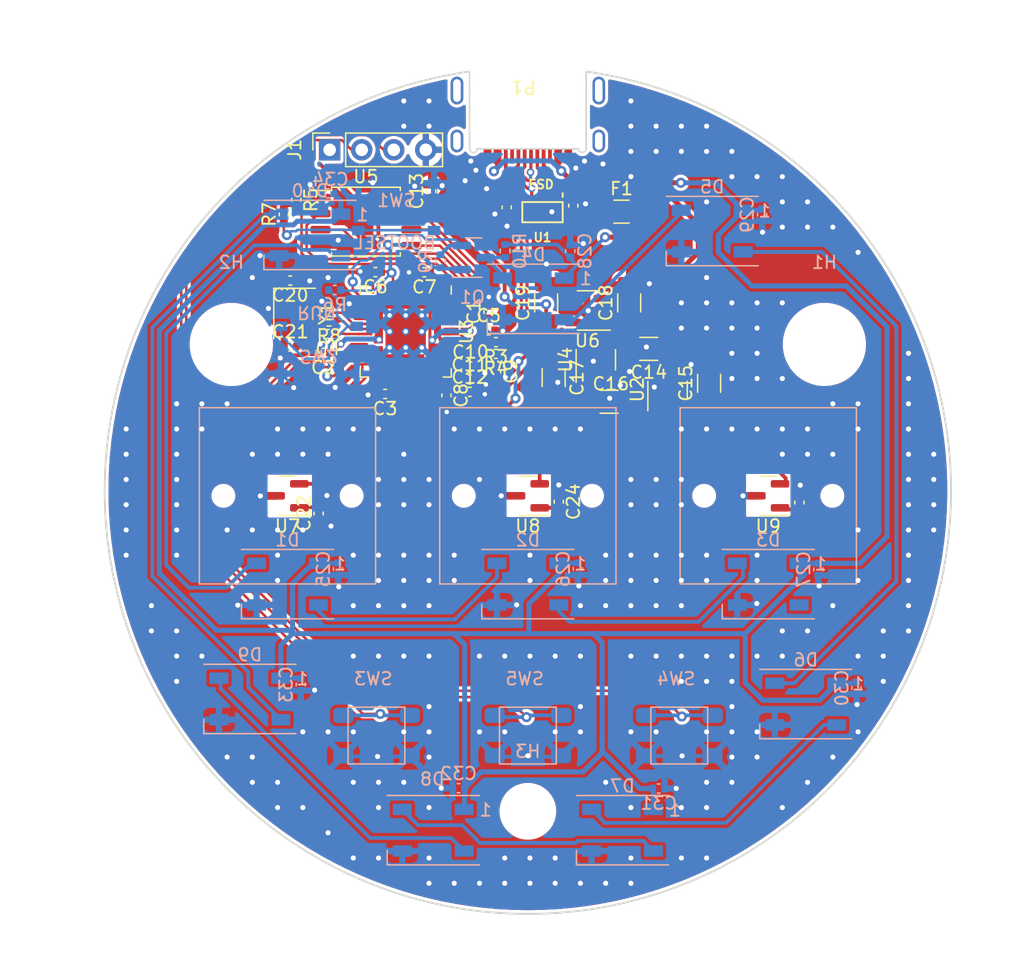
<source format=kicad_pcb>
(kicad_pcb (version 20221018) (generator pcbnew)
  (title_block (title "RP2040 Minimal Design Example") (date "2020-07-13") (rev "REV1") (company "Raspberry Pi (Trading) Ltd"))
  (layers (0 "F.Cu" mixed) (1 "In1.Cu" power "GND") (2 "In2.Cu" power "GND2") (31 "B.Cu" mixed) (34 "B.Paste" user) (35 "F.Paste" user) (36 "B.SilkS" user "B.Silkscreen") (37 "F.SilkS" user "F.Silkscreen") (38 "B.Mask" user) (39 "F.Mask" user) (44 "Edge.Cuts" user))
  (net 0 "")
  (net 1 "GND")
  (net 2 "VBUS")
  (net 3 "BUTT0")
  (net 4 "Net-(D6-DOUT)")
  (net 5 "+5V")
  (net 6 "Net-(D4-DOUT)")
  (net 7 "Net-(D5-DOUT)")
  (net 8 "Net-(P1-CC1)")
  (net 9 "Net-(P1-CC2)")
  (net 11 "OSC_IN")
  (net 12 "Net-(D7-DOUT)")
  (net 13 "USB_D+")
  (net 14 "USB_D-")
  (net 15 "LED_D")
  (net 16 "ADC_IN1")
  (net 17 "OSC_OUT")
  (net 18 "ADC_IN2")
  (net 19 "ADC_IN3")
  (net 20 "BUTT1")
  (net 21 "BUTT2")
  (net 25 "Net-(D4-DIN)")
  (net 26 "Net-(D2-DOUT)")
  (net 27 "UG_DIN")
  (net 28 "+1V1")
  (net 29 "SWDIO")
  (net 30 "SWCLK")
  (net 31 "Net-(D10-DIN)")
  (net 32 "+4V4")
  (net 33 "Net-(D8-DOUT)")
  (net 34 "Net-(D1-DOUT)")
  (net 35 "ADC_AVDD")
  (net 36 "+3V3")
  (net 37 "Net-(U3-USB_DP)")
  (net 38 "Net-(U3-USB_DM)")
  (net 39 "/QSPI_SS")
  (net 40 "Net-(R7-Pad1)")
  (net 41 "Net-(U3-RUN)")
  (net 43 "/QSPI_SD1")
  (net 44 "/QSPI_SD2")
  (net 45 "/QSPI_SD0")
  (net 46 "/QSPI_SCLK")
  (net 47 "/QSPI_SD3")
  (net 49 "/GPIO25")
  (net 50 "/GPIO24")
  (net 51 "/GPIO23")
  (net 52 "/GPIO22")
  (net 53 "/GPIO21")
  (net 54 "/GPIO20")
  (net 55 "/GPIO16")
  (net 56 "/GPIO15")
  (net 57 "/GPIO14")
  (net 58 "/GPIO13")
  (net 59 "/GPIO11")
  (net 60 "/GPIO10")
  (net 61 "/GPIO9")
  (net 62 "/GPIO8")
  (net 63 "/GPIO7")
  (net 64 "/GPIO6")
  (net 65 "/GPIO5")
  (net 66 "/GPIO4")
  (net 67 "/GPIO3")
  (net 68 "/GPIO2")
  (net 69 "/GPIO1")
  (net 70 "/GPIO0")
  (net 71 "/GPIO28_ADC2")
  (net 72 "Net-(C21-Pad2)")
  (footprint "Capacitor_SMD:C_0402_1005Metric" (layer "F.Cu") (at 97.485 90.15 -90)
    (fp_text reference "C9")
    (fp_text value "1u")
  )
  (footprint "Connector_USB:USB-TYPE-C-016_Receptacle_DEALON_16P_MidMnt" (layer "F.Cu") (at 100 67.88 180)
    (fp_text reference "P1")
    (fp_text value "USB-TYPE-C-016" hide)
    (fp_line (start -4.62 -4.6) (end -4.625 1.5) (stroke (width 0.12)) (layer "Edge.Cuts"))
    (fp_line (start -4.025 -4.625) (end 4.025 -4.625) (stroke (width 0.12)) (layer "Edge.Cuts"))
    (fp_line (start 4.62 -4.6) (end 4.625 1.5) (stroke (width 0.12)) (layer "Edge.Cuts"))
    (fp_arc (start -4.62 -4.6) (mid -4.335 -4.91) (end -4.025 -4.625) (stroke (width 0.12)) (layer "Edge.Cuts"))
    (fp_arc (start 4.025 -4.625) (mid 4.335 -4.91) (end 4.62 -4.6) (stroke (width 0.12)) (layer "Edge.Cuts"))
  )
  (footprint "Capacitor_SMD:C_0402_1005Metric" (layer "F.Cu") (at 95.395 91.76)
    (fp_text reference "C12")
    (fp_text value "1u")
  )
  (footprint "Capacitor_SMD:C_0402_1005Metric" (layer "F.Cu") (at 93.545 92.04 -90)
    (fp_text reference "C8")
    (fp_text value "100n")
  )
  (footprint "Capacitor_SMD:C_0402_1005Metric" (layer "F.Cu") (at 81.17 88.16)
    (fp_text reference "C21")
    (fp_text value "27p")
  )
  (footprint "Package_TO_SOT_SMD:SOT-23-5" (layer "F.Cu") (at 104.725 85.31 180)
    (fp_text reference "U6")
    (fp_text value "ME6212C33M5G")
  )
  (footprint "Capacitor_SMD:C_0402_1005Metric" (layer "F.Cu") (at 83.79 88.67 180)
    (fp_text reference "C2")
    (fp_text value "100n")
  )
  (footprint "Package_TO_SOT_SMD:SOT-23" (layer "F.Cu") (at 119.05 100 180)
    (fp_text reference "U9")
    (fp_text value "SLSS49E")
  )
  (footprint "Capacitor_SMD:C_0402_1005Metric" (layer "F.Cu") (at 97.465 87.82 180)
    (fp_text reference "R3")
    (fp_text value "27R")
  )
  (footprint "Capacitor_SMD:C_1206_3216Metric" (layer "F.Cu") (at 108.03 84.71 90)
    (fp_text reference "C18")
    (fp_text value "10u")
  )
  (footprint "Package_TO_SOT_SMD:SOT-23" (layer "F.Cu") (at 111.07 91.5825 90)
    (fp_text reference "U2")
    (fp_text value "ME6208A44M3G")
  )
  (footprint "Capacitor_SMD:C_0402_1005Metric" (layer "F.Cu") (at 95.385 90.77)
    (fp_text reference "C11")
    (fp_text value "10n")
  )
  (footprint "Crystal:Crystal_SMD_3225-4Pin_3.2x2.5mm" (layer "F.Cu") (at 81.511907 85.55 -90)
    (fp_text reference "Y1")
    (fp_text value "12MHz" hide)
  )
  (footprint "Capacitor_SMD:C_0402_1005Metric" (layer "F.Cu") (at 84.14 87.18 180)
    (fp_text reference "C4")
    (fp_text value "100n")
  )
  (footprint "Keebio-Parts:SOT-143B" (layer "F.Cu") (at 101.16 77.52 180)
    (fp_text reference "U1")
    (fp_text value "PRTR5V0U2X" hide)
  )
  (footprint "Capacitor_SMD:C_1206_3216Metric" (layer "F.Cu") (at 106.435 92.545)
    (fp_text reference "C16")
    (fp_text value "10u")
  )
  (footprint "Capacitor_SMD:C_0402_1005Metric" (layer "F.Cu") (at 97.455 88.75 180)
    (fp_text reference "R4")
    (fp_text value "27R")
  )
  (footprint "Capacitor_SMD:C_0402_1005Metric" (layer "F.Cu") (at 103.6025 77 -90)
    (fp_text reference "R1" hide)
    (fp_text value "5.1k" hide)
  )
  (footprint "Capacitor_SMD:C_0402_1005Metric" (layer "F.Cu") (at 80.66 77.7 90)
    (fp_text reference "R7")
    (fp_text value "1k")
  )
  (footprint "Capacitor_SMD:C_0402_1005Metric" (layer "F.Cu") (at 92.345 75.86 90)
    (fp_text reference "C13")
    (fp_text value "100n")
  )
  (footprint "Package_SO:SOIC-8_5.23x5.23mm_P1.27mm" (layer "F.Cu") (at 87.165 78.27)
    (fp_text reference "U5")
    (fp_text value "W25Q16JVSS")
  )
  (footprint "Capacitor_SMD:C_1206_3216Metric" (layer "F.Cu") (at 109.58 88.355 180)
    (fp_text reference "C14")
    (fp_text value "10u")
  )
  (footprint "Capacitor_SMD:C_0402_1005Metric" (layer "F.Cu") (at 96.895 86.88)
    (fp_text reference "C5")
    (fp_text value "100n")
  )
  (footprint "Capacitor_SMD:C_0402_1005Metric" (layer "F.Cu") (at 83.42 101.4 90)
    (fp_text reference "C22")
    (fp_text value "100n" hide)
  )
  (footprint "Capacitor_SMD:C_0402_1005Metric" (layer "F.Cu") (at 87.92 82.27 180)
    (fp_text reference "C6")
    (fp_text value "100n")
  )
  (footprint "Capacitor_SMD:C_1206_3216Metric" (layer "F.Cu") (at 102.042813 90.626313 -90)
    (fp_text reference "C17")
    (fp_text value "10u")
  )
  (footprint "Capacitor_SMD:C_0402_1005Metric" (layer "F.Cu") (at 81.65 76.54 -90)
    (fp_text reference "R5")
    (fp_text value "10k")
  )
  (footprint "Capacitor_SMD:C_0402_1005Metric" (layer "F.Cu") (at 81.17 82.94 180)
    (fp_text reference "C20")
    (fp_text value "27p")
  )
  (footprint "Resistor_SMD:R_0402_1005Metric" (layer "F.Cu") (at 84.24 86.16 180)
    (fp_text reference "R8")
    (fp_text value "47")
  )
  (footprint "Package_TO_SOT_SMD:SOT-23" (layer "F.Cu") (at 100 100 180)
    (fp_text reference "U8")
    (fp_text value "SLSS49E")
  )
  (footprint "Capacitor_SMD:C_0402_1005Metric" (layer "F.Cu") (at 102.45 100.47 -90)
    (fp_text reference "C24")
    (fp_text value "100n")
  )
  (footprint "MCU_RaspberryPi_and_Boards:RP2040-QFN-56" (layer "F.Cu") (at 90.317338 86.978 -90)
    (fp_text reference "U3")
    (fp_text value "RP2040")
  )
  (footprint "Capacitor_SMD:C_1206_3216Metric" (layer "F.Cu") (at 114.365 91.0825 90)
    (fp_text reference "C15")
    (fp_text value "10u")
  )
  (footprint "Package_TO_SOT_SMD:SOT-23" (layer "F.Cu") (at 80.95 100 180)
    (fp_text reference "U7")
    (fp_text value "SLSS49E")
  )
  (footprint "Capacitor_SMD:C_0402_1005Metric" (layer "F.Cu") (at 98.32 77.14 -90)
    (fp_text reference "R2" hide)
    (fp_text value "5.1k" hide)
  )
  (footprint "Capacitor_SMD:C_0402_1005Metric" (layer "F.Cu") (at 121.52 100.53 -90)
    (fp_text reference "C23" hide)
    (fp_text value "100n")
  )
  (footprint "Capacitor_SMD:C_0402_1005Metric" (layer "F.Cu") (at 91.795 82.29 180)
    (fp_text reference "C7")
    (fp_text value "100n")
  )
  (footprint "Capacitor_SMD:C_0402_1005Metric" (layer "F.Cu") (at 88.685 91.93 180)
    (fp_text reference "C3")
    (fp_text value "100n")
  )
  (footprint "Connector_PinSocket_2.54mm:PinSocket_1x04_P2.54mm_Vertical" (layer "F.Cu") (at 84.29 72.58 90)
    (fp_text reference "J1")
    (fp_text value "Conn_01x04_Socket")
  )
  (footprint "Fuse:Fuse_1206_3216Metric" (layer "F.Cu") (at 107.42 77.48)
    (fp_text reference "F1")
    (fp_text value "nSMD050-24V" hide)
  )
  (footprint "Capacitor_SMD:C_0402_1005Metric" (layer "F.Cu") (at 96.885 85.44 90)
    (fp_text reference "C1")
    (fp_text value "100n")
  )
  (footprint "Capacitor_SMD:C_0402_1005Metric" (layer "F.Cu") (at 95.445 89.76)
    (fp_text reference "C10")
    (fp_text value "1u")
  )
  (footprint "Capacitor_SMD:C_1206_3216Metric" (layer "F.Cu") (at 101.45 84.71 90)
    (fp_text reference "C19")
    (fp_text value "10u")
  )
  (footprint "Package_TO_SOT_SMD:SOT-23-5" (layer "F.Cu") (at 105.385 89.215 90)
    (fp_text reference "U4")
    (fp_text value "ME6212C25M5G")
  )
  (footprint "Capacitor_SMD:C_0402_1005Metric" (layer "B.Cu") (at 84.7 83.69)
    (fp_text reference "R6")
    (fp_text value "1k")
  )
  (footprint "Button_Switch_SMD:PTS647_4.5x4.5mm" (layer "B.Cu") (at 112 119 180)
    (fp_text reference "SW4")
    (fp_text value "BUTT3")
  )
  (footprint "LED_SMD:LED_WS2812B_PLCC4_5.0x5.0mm_P3.2mm" (layer "B.Cu") (at 82.73 79.33 180)
    (fp_text reference "D10")
    (fp_text value "WS2812B")
  )
  (footprint "Button_Switch_SMD:TS-1187A" (layer "B.Cu") (at 89.57 77.1 180)
    (fp_text reference "SW1")
    (fp_text value "TS-1187A-B-A-B")
  )
  (footprint "Capacitor_SMD:C_0402_1005Metric" (layer "B.Cu") (at 82 114.95 -90)
    (fp_text reference "C33")
    (fp_text value "100n")
  )
  (footprint "Resistor_SMD:R_0402_1005Metric" (layer "B.Cu") (at 93.0675 81.41 -90)
    (fp_text reference "R9")
    (fp_text value "10k")
  )
  (footprint "MountingHole:MountingHole_4.3mm_M4_DIN965" (layer "B.Cu") (at 100 125 180)
    (fp_text reference "H3")
    (fp_text value "MountingHole_4.3mm_M4_DIN965")
  )
  (footprint "Capacitor_SMD:C_0402_1005Metric" (layer "B.Cu") (at 84.15 76.03 180)
    (fp_text reference "C34")
    (fp_text value "100n")
  )
  (footprint "Button_Switch_SMD:PTS647_4.5x4.5mm" (layer "B.Cu") (at 88 119 180)
    (fp_text reference "SW3")
    (fp_text value "BUTT1")
  )
  (footprint "Button_Switch_Keyboard:SW_Lekker_MX_1.00u_PCB" (layer "B.Cu") (at 119.05 100 180)
    (fp_text reference "REF**" hide)
    (fp_text value "SW_Lekker_MX_1.00u_PCB")
  )
  (footprint "Capacitor_SMD:C_0402_1005Metric" (layer "B.Cu") (at 123.02 105.83 -90)
    (fp_text reference "C27")
    (fp_text value "100n")
  )
  (footprint "LED_SMD:LED_WS2812B_PLCC4_5.0x5.0mm_P3.2mm" (layer "B.Cu") (at 80.95 107 180)
    (fp_text reference "D1")
    (fp_text value "WS2812B")
  )
  (footprint "Capacitor_SMD:C_0402_1005Metric" (layer "B.Cu") (at 84.95 105.8 -90)
    (fp_text reference "C25")
    (fp_text value "100n")
  )
  (footprint "Button_Switch_Keyboard:SW_Lekker_MX_1.00u_PCB" (layer "B.Cu") (at 100 100 180)
    (fp_text reference "REF**" hide)
    (fp_text value "SW_Lekker_MX_1.00u_PCB")
  )
  (footprint "Capacitor_SMD:C_0402_1005Metric" (layer "B.Cu") (at 118.56 77.73 -90)
    (fp_text reference "C29")
    (fp_text value "100n")
  )
  (footprint "MountingHole:MountingHole_6.4mm_M6_DIN965" (layer "B.Cu") (at 76.5 88 180)
    (fp_text reference "H2")
    (fp_text value "MountingHole_6.4mm_M6_DIN965")
  )
  (footprint "Capacitor_SMD:C_0402_1005Metric" (layer "B.Cu") (at 103.96 105.79 -90)
    (fp_text reference "C26")
    (fp_text value "100n")
  )
  (footprint "Capacitor_SMD:C_0402_1005Metric" (layer "B.Cu") (at 94.51 123.17 180)
    (fp_text reference "C32")
    (fp_text value "100n")
  )
  (footprint "LED_SMD:LED_WS2812B_PLCC4_5.0x5.0mm_P3.2mm" (layer "B.Cu") (at 119.05 107 180)
    (fp_text reference "D3")
    (fp_text value "WS2812B")
  )
  (footprint "MountingHole:MountingHole_6.4mm_M6_DIN965" (layer "B.Cu") (at 123.5 88 180)
    (fp_text reference "H1")
    (fp_text value "MountingHole_6.4mm_M6_DIN965" hide)
  )
  (footprint "Button_Switch_SMD:TS-1187A" (layer "B.Cu") (at 83.43 88.445)
    (fp_text reference "SW2")
    (fp_text value "TS-1187A-B-A-B" hide)
  )
  (footprint "LED_SMD:LED_WS2812B_PLCC4_5.0x5.0mm_P3.2mm" (layer "B.Cu") (at 100 107 180)
    (fp_text reference "D2")
    (fp_text value "WS2812B")
  )
  (footprint "Capacitor_SMD:C_0402_1005Metric" (layer "B.Cu") (at 126.045 115.225 -90)
    (fp_text reference "C30")
    (fp_text value "100n")
  )
  (footprint "Button_Switch_SMD:PTS647_4.5x4.5mm" (layer "B.Cu") (at 100 119 180)
    (fp_text reference "SW5")
    (fp_text value "BUTT2")
  )
  (footprint "LED_SMD:LED_WS2812B_PLCC4_5.0x5.0mm_P3.2mm" (layer "B.Cu") (at 100.43 84.39 180)
    (fp_text reference "D4")
    (fp_text value "WS2812B")
  )
  (footprint "Capacitor_SMD:C_0402_1005Metric" (layer "B.Cu") (at 103.36 80.6 90)
    (fp_text reference "C28")
    (fp_text value "100n")
  )
  (footprint "Resistor_SMD:R_0402_1005Metric" (layer "B.Cu") (at 98.195 80.595 90)
    (fp_text reference "R10")
    (fp_text value "10k")
  )
  (footprint "Button_Switch_Keyboard:SW_Lekker_MX_1.00u_PCB" (layer "B.Cu") (at 80.95 100 180)
    (fp_text reference "REF**" hide)
    (fp_text value "SW_Lekker_MX_1.00u_PCB")
  )
  (footprint "LED_SMD:LED_WS2812B_PLCC4_5.0x5.0mm_P3.2mm" (layer "B.Cu") (at 92.5 126.5 180)
    (fp_text reference "D8")
    (fp_text value "WS2812B")
  )
  (footprint "LED_SMD:LED_WS2812B_PLCC4_5.0x5.0mm_P3.2mm" (layer "B.Cu") (at 77.97 116.1 180)
    (fp_text reference "D9")
    (fp_text value "WS2812B")
  )
  (footprint "Package_TO_SOT_SMD:SOT-23" (layer "B.Cu") (at 95.7075 81.12)
    (fp_text reference "Q1")
    (fp_text value "BSS138")
  )
  (footprint "LED_SMD:LED_WS2812B_PLCC4_5.0x5.0mm_P3.2mm" (layer "B.Cu") (at 122.025 116.505 180)
    (fp_text reference "D6")
    (fp_text value "WS2812B")
  )
  (footprint "LED_SMD:LED_WS2812B_PLCC4_5.0x5.0mm_P3.2mm" (layer "B.Cu") (at 107.5 126.5 180)
    (fp_text reference "D7")
    (fp_text value "WS2812B")
  )
  (footprint "LED_SMD:LED_WS2812B_PLCC4_5.0x5.0mm_P3.2mm" (layer "B.Cu") (at 114.61 79.02 180)
    (fp_text reference "D5")
    (fp_text value "WS2812B")
  )
  (footprint "Capacitor_SMD:C_0402_1005Metric" (layer "B.Cu") (at 110.37 123.2)
    (fp_text reference "C31")
    (fp_text value "100n")
  )
  (gr_arc (start 104.625 66.38) (mid 100.000006 133.136981) (end 95.375 66.380001) (stroke (width 0.15)) (layer "Edge.Cuts"))
  (segment (start 81.740071 83.828164) (end 82.361907 84.45) (width 0.3) (layer "F.Cu") (net 1))
  (segment (start 82.361907 84.45) (end 83.54 84.45) (width 0.3) (layer "F.Cu") (net 1))
  (segment (start 93.055 75.35) (end 93.205 75.42) (width 0.2) (layer "F.Cu") (net 1))
  (segment (start 108.06 90.145) (end 108.05 90.0175) (width 0.6) (layer "F.Cu") (net 1))
  (segment (start 90.648831 82.28) (end 91.261169 82.28) (width 0.2) (layer "F.Cu") (net 1))
  (segment (start 110.02 92.42) (end 110.12 92.52) (width 0.6) (layer "F.Cu") (net 1))
  (segment (start 84 79.74) (end 83.565 80.175) (width 0.2) (layer "F.Cu") (net 1))
  (segment (start 80.289635 86.557045) (end 80.289635 86.678258) (width 0.6) (layer "F.Cu") (net 1))
  (segment (start 82.711907 82.96) (end 82.680165 82.928258) (width 0.3) (layer "F.Cu") (net 1))
  (segment (start 97.39 77.67) (end 97.387 77.667) (width 0.3) (layer "F.Cu") (net 1))
  (segment (start 96.8 73.105) (end 96.347355 73.105) (width 0.6) (layer "F.Cu") (net 1))
  (segment (start 95.479259 73.467682) (end 95.764073 73.467682) (width 0.3) (layer "F.Cu") (net 1))
  (segment (start 88.205 91.93) (end 87.645 91.93) (width 0.2) (layer "F.Cu") (net 1))
  (segment (start 81.740071 82.915932) (end 81.740071 83.828164) (width 0.3) (layer "F.Cu") (net 1))
  (segment (start 84.97 79.74) (end 84 79.74) (width 0.2) (layer "F.Cu") (net 1))
  (segment (start 78.8 100.01) (end 80.0025 100.01) (width 0.6) (layer "F.Cu") (net 1))
  (segment (start 118.074 100) (end 117.046 100) (width 0.6) (layer "F.Cu") (net 1))
  (segment (start 105.190531 89.332424) (end 105.395 89.536893) (width 0.6) (layer "F.Cu") (net 1))
  (segment (start 91.2845 82.2905) (end 91.325 82.25) (width 0.15) (layer "F.Cu") (net 1))
  (segment (start 83.31 88.2) (end 83.54 87.97) (width 0.2) (layer "F.Cu") (net 1))
  (segment (start 113.775 89.5925) (end 112.9375 89.5925) (width 0.6) (layer "F.Cu") (net 1))
  (segment (start 93.205 75.42) (end 93.075 75.37) (width 0.2) (layer "F.Cu") (net 1))
  (segment (start 103.8 73.95) (end 103.72 73.87) (width 0.3) (layer "F.Cu") (net 1))
  (segment (start 98.017338 86.928) (end 97.209838 86.928) (width 0.2) (layer "F.Cu") (net 1))
  (segment (start 101.9 77.49) (end 101.9 76.410046) (width 0.4) (layer "F.Cu") (net 1))
  (segment (start 103.569466 73.474466) (end 103.2 73.105) (width 0.6) (layer "F.Cu") (net 1))
  (segment (start 102.37 91.0075) (end 102.37 92.076313) (width 0.6) (layer "F.Cu") (net 1))
  (segment (start 109.28 83.54) (end 107.96 83.54) (width 0.6) (layer "F.Cu") (net 1))
  (segment (start 104.375 76.895) (end 104.57 76.86) (width 0.3) (layer "F.Cu") (net 1))
  (segment (start 83.68 87.83) (end 83.68 87.18) (width 0.2) (layer "F.Cu") (net 1))
  (segment (start 97.47 77.67) (end 97.467 77.667) (width 0.3) (layer "F.Cu") (net 1))
  (segment (start 83.54 87.97) (end 83.68 87.83) (width 0.2) (layer "F.Cu") (net 1))
  (segment (start 98.319 77.67) (end 97.39 77.67) (width 0.3) (layer "F.Cu") (net 1))
  (segment (start 98.684 100) (end 97.656 100) (width 0.6) (layer "F.Cu") (net 1))
  (segment (start 109.63 83.19) (end 109.28 83.54) (width 0.6) (layer "F.Cu") (net 1))
  (segment (start 96.8 73.105) (end 96.8 73.22) (width 0.6) (layer "F.Cu") (net 1))
  (segment (start 110.02 91.3825) (end 110.02 92.42) (width 0.6) (layer "F.Cu") (net 1))
  (segment (start 95.953897 73.364117) (end 95.850332 73.467682) (width 0.6) (layer "F.Cu") (net 1))
  (segment (start 79.470129 85.737539) (end 80.289635 86.557045) (width 0.6) (layer "F.Cu") (net 1))
  (segment (start 107.835 91.7475) (end 107.835 92.475) (width 0.6) (layer "F.Cu") (net 1))
  (segment (start 86.323099 85.978) (end 86.879838 85.978) (width 0.2) (layer "F.Cu") (net 1))
  (segment (start 96.905 84.995) (end 96.905 84.24) (width 0.2) (layer "F.Cu") (net 1))
  (segment (start 101.3475 81.7525) (end 101.3475 83.38375) (width 0.6) (layer "F.Cu") (net 1))
  (segment (start 80.0025 100.01) (end 80.0125 100) (width 0.6) (layer "F.Cu") (net 1))
  (segment (start 107.89 92.6475) (end 107.87 92.6675) (width 0.6) (layer "F.Cu") (net 1))
  (segment (start 105.61875 85.33) (end 104.78125 85.33) (width 0.6) (layer "F.Cu") (net 1))
  (segment (start 109.265 88.3375) (end 108.04 88.3375) (width 0.6) (layer "F.Cu") (net 1))
  (segment (start 96.25 90.75) (end 95.87125 90.75) (width 0.2) (layer "F.Cu") (net 1))
  (segment (start 83.86 101.86) (end 83.18 101.86) (width 0.3) (layer "F.Cu") (net 1))
  (segment (start 87.505 91.93) (end 87.575 91.93) (width 0.2) (layer "F.Cu") (net 1))
  (segment (start 121.59 99.16) (end 121.59 99.34) (width 0.3) (layer "F.Cu") (net 1))
  (segment (start 103.2 73.35) (end 103.8 73.95) (width 0.6) (layer "F.Cu") (net 1))
  (segment (start 106.56 92.345) (end 107.535 92.345) (width 0.6) (layer "F.Cu") (net 1))
  (segment (start 113.8125 89.63) (end 113.775 89.5925) (width 0.6) (layer "F.Cu") (net 1))
  (segment (start 95.82 74.2) (end 95.9 74.12) (width 0.6) (layer "F.Cu") (net 1))
  (segment (start 121.58 100.02) (end 121.58 99.35) (width 0.3) (layer "F.Cu") (net 1))
  (segment (start 87.335 92) (end 87.505 91.93) (width 0.2) (layer "F.Cu") (net 1))
  (segment (start 80.72 87.008623) (end 80.359635 86.648258) (width 0.3) (layer "F.Cu") (net 1))
  (segment (start 103.2 73.105) (end 103.2 73.35) (width 0.3) (layer "F.Cu") (net 1))
  (segment (start 95.850332 73.467682) (end 95.479259 73.467682) (width 0.6) (layer "F.Cu") (net 1))
  (segment (start 103.6025 77.48) (end 103.95 77.48) (width 0.3) (layer "F.Cu") (net 1))
  (segment (start 101.9 76.410046) (end 101.985023 76.325023) (width 0.4) (layer "F.Cu") (net 1))
  (segment (start 84.4 102.4) (end 83.86 101.86) (width 0.3) (layer "F.Cu") (net 1))
  (segment (start 79.44 85.15) (end 79.470129 85.737539) (width 0.6) (layer "F.Cu") (net 1))
  (segment (start 96.8 73.22) (end 95.88 74.14) (width 0.6) (layer "F.Cu") (net 1))
  (segment (start 107.3225 91.235) (end 107.835 91.7475) (width 0.6) (layer "F.Cu") (net 1))
  (segment (start 82.680165 82.928258) (end 81.674635 82.928258) (width 0.3) (layer "F.Cu") (net 1))
  (segment (start 83.31 88.67) (end 83.31 88.2) (width 0.2) (layer "F.Cu") (net 1))
  (segment (start 96.567248 90.192248) (end 95.895 89.52) (width 0.2) (layer "F.Cu") (net 1))
  (segment (start 96.68 91.18) (end 96.25 90.75) (width 0.2) (layer "F.Cu") (net 1))
  (segment (start 85.842838 84.78) (end 86.078429 85.015591) (width 0.2) (layer "F.Cu") (net 1))
  (segment (start 86.078429 85.015591) (end 86.078429 85.73333) (width 0.2) (layer "F.Cu") (net 1))
  (segment (start 93.572338 93.356176) (end 93.572338 92.686176) (width 0.2) (layer "F.Cu") (net 1))
  (segment (start 103.8 74.03) (end 103.8 73.95) (width 0.3) (layer "F.Cu") (net 1))
  (segment (start 96.347355 73.105) (end 96.235333 73.217022) (width 0.6) (layer "F.Cu") (net 1))
  (segment (start 80.37764 89.08) (end 80.37764 88.750253) (width 0.3) (layer "F.Cu") (net 1))
  (segment (start 96.235333 73.217022) (end 95.953897 73.364117) (width 0.6) (layer "F.Cu") (net 1))
  (segment (start 105.395 89.536893) (end 105.395 90.3) (width 0.6) (layer "F.Cu") (net 1))
  (segment (start 96.59125 91.95) (end 96.0775 91.95) (width 0.2) (layer "F.Cu") (net 1))
  (segment (start 104.489898 73.474466) (end 103.569466 73.474466) (width 0.6) (layer "F.Cu") (net 1))
  (segment (start 83.54 84.45) (end 83.67 84.58) (width 0.3) (layer "F.Cu") (net 1))
  (segment (start 95.88 74.14) (end 95.88 74.2) (width 0.6) (layer "F.Cu") (net 1))
  (segment (start 87.645 91.93) (end 87.335 92) (width 0.2) (layer "F.Cu") (net 1))
  (segment (start 101.47 81.63) (end 101.3475 81.7525) (width 0.6) (layer "F.Cu") (net 1))
  (segment (start 96.0775 91.95) (end 95.8675 91.74) (width 0.2) (layer "F.Cu") (net 1))
  (segment (start 108.05 90.0275) (end 108.05 90.0375) (width 0.6) (layer "F.Cu") (net 1))
  (segment (start 80.72 88.407893) (end 80.72 87.008623) (width 0.3) (layer "F.Cu") (net 1))
  (segment (start 97.467 77.667) (end 97.387 77.667) (width 0.3) (layer "F.Cu") (net 1))
  (segment (start 86.72 82.2205) (end 87.332338 82.2205) (width 0.2) (layer "F.Cu") (net 1))
  (segment (start 102.45 99.14) (end 102.45 99.99) (width 0.3) (layer "F.Cu") (net 1))
  (segment (start 106.485 92.27) (end 106.56 92.345) (width 0.6) (layer "F.Cu") (net 1))
  (segment (start 109.395 88.2075) (end 109.265 88.3375) (width 0.6) (layer "F.Cu") (net 1))
  (segment (start 105.65625 85.3675) (end 105.73625 85.2875) (width 0.6) (layer "F.Cu") (net 1))
  (segment (start 108.05 90.0175) (end 108.05 88.3425) (width 0.6) (layer "F.Cu") (net 1))
  (segment (start 93.165 75.38) (end 93.205 75.42) (width 0.2) (layer "F.Cu") (net 1))
  (segment (start 113.8125 89.63) (end 113.8925 89.55) (width 0.6) (layer "F.Cu") (net 1))
  (segment (start 92.345 75.38) (end 93.165 75.38) (width 0.2) (layer "F.Cu") (net 1))
  (segment (start 105.65625 85.3675) (end 105.61875 85.33) (width 0.6) (layer "F.Cu") (net 1))
  (segment (start 103.95 77.48) (end 104.57 76.86) (width 0.3) (layer "F.Cu") (net 1))
  (segment (start 97.405 90.6) (end 98.235 90.6) (width 0.2) (layer "F.Cu") (net 1))
  (segment (start 78.8 100.01) (end 78.76 99.97) (width 0.3) (layer "F.Cu") (net 1))
  (segment (start 108.05 90.0375) (end 108.06 90.145) (width 0.6) (layer "F.Cu") (net 1))
  (segment (start 102.37 91.0075) (end 102.37 91.1475) (width 0.6) (layer "F.Cu") (net 1))
  (segment (start 80.37764 88.750253) (end 80.72 88.407893) (width 0.3) (layer "F.Cu") (net 1))
  (segment (start 96.563498 90.469738) (end 96.563498 90.382248) (width 0.2) (layer "F.Cu") (net 1))
  (segment (start 79.470129 85.245924) (end 79.44 85.15) (width 0.6) (layer "F.Cu") (net 1))
  (segment (start 104.57 76.86) (end 104.39 76.88) (width 0.3) (layer "F.Cu") (net 1))
  (segment (start 121.58 99.35) (end 121.59 99.16) (width 0.3) (layer "F.Cu") (net 1))
  (segment (start 86.078429 85.73333) (end 86.323099 85.978) (width 0.2) (layer "F.Cu") (net 1))
  (segment (start 95.88 74.2) (end 95.82 74.2) (width 0.6) (layer "F.Cu") (net 1))
  (via (at 96.166 98.706) (size 0.8) (drill 0.4) (layers "F.Cu" "B.Cu") (net 1))
  (via (at 100.166 130.706) (size 0.8) (drill 0.4) (layers "F.Cu" "B.Cu") (net 1))
  (via (at 84.166 118.706) (size 0.8) (drill 0.4) (layers "F.Cu" "B.Cu") (net 1))
  (via (at 130.166 88.706) (size 0.8) (drill 0.4) (layers "F.Cu" "B.Cu") (net 1))
  (via (at 90.584838 82.2905) (size 0.6) (drill 0.35) (layers "F.Cu" "B.Cu") (net 1))
  (via (at 116.166 72.706) (size 0.8) (drill 0.4) (layers "F.Cu" "B.Cu") (net 1))
  (via (at 126.166 118.706) (size 0.8) (drill 0.4) (layers "F.Cu" "B.Cu") (net 1))
  (via (at 126.166 94.706) (size 0.8) (drill 0.4) (layers "F.Cu" "B.Cu") (net 1))
  (via (at 112.166 128.706) (size 0.8) (drill 0.4) (layers "F.Cu" "B.Cu") (net 1))
  (via (at 74.166 92.706) (size 0.8) (drill 0.4) (layers "F.Cu" "B.Cu") (net 1))
  (via (at 92.166 130.706) (size 0.8) (drill 0.4) (layers "F.Cu" "B.Cu") (net 1))
  (via (at 114.166 70.706) (size 0.8) (drill 0.4) (layers "F.Cu" "B.Cu") (net 1))
  (via (at 118.166 90.706) (size 0.8) (drill 0.4) (layers "F.Cu" "B.Cu") (net 1))
  (via (at 118.166 84.706) (size 0.8) (drill 0.4) (layers "F.Cu" "B.Cu") (net 1))
  (via (at 107.3225 91.235) (size 0.8) (drill 0.4) (layers "F.Cu" "B.Cu") (net 1))
  (via (at 86.72 82.2205) (size 0.6) (drill 0.35) (layers "F.Cu" "B.Cu") (net 1))
  (via (at 118.166 118.706) (size 0.8) (drill 0.4) (layers "F.Cu" "B.Cu") (net 1))
  (via (at 102.166 94.706) (size 0.8) (drill 0.4) (layers "F.Cu" "B.Cu") (net 1))
  (via (at 95.88 74.2) (size 0.8) (drill 0.4) (layers "F.Cu" "B.Cu") (net 1))
  (via (at 96.73 75.66) (size 0.8) (drill 0.4) (layers "F.Cu" "B.Cu") (net 1))
  (via (at 112.166 106.706) (size 0.8) (drill 0.4) (layers "F.Cu" "B.Cu") (net 1))
  (via (at 132.166 102.706) (size 0.8) (drill 0.4) (layers "F.Cu" "B.Cu") (net 1))
  (via (at 98.166 130.706) (size 0.8) (drill 0.4) (layers "F.Cu" "B.Cu") (net 1))
  (via (at 108.166 68.706) (size 0.8) (drill 0.4) (layers "F.Cu" "B.Cu") (net 1))
  (via (at 118.166 106.706) (size 0.8) (drill 0.4) (layers "F.Cu" "B.Cu") (net 1))
  (via (at 72.166 92.706) (size 0.8) (drill 0.4) (layers "F.Cu" "B.Cu") (net 1))
  (via (at 96.166 118.706) (size 0.8) (drill 0.4) (layers "F.Cu" "B.Cu") (net 1))
  (via (at 80.166 96.706) (size 0.8) (drill 0.4) (layers "F.Cu" "B.Cu") (net 1))
  (via (at 82.166 124.706) (size 0.8) (drill 0.4) (layers "F.Cu" "B.Cu") (net 1))
  (via (at 97.89 100) (size 0.8) (drill 0.4) (layers "F.Cu" "B.Cu") (net 1))
  (via (at 116.166 118.706) (size 0.8) (drill 0.4) (layers "F.Cu" "B.Cu") (net 1))
  (via (at 114.166 106.706) (size 0.8) (drill 0.4) (layers "F.Cu" "B.Cu") (net 1))
  (via (at 82.711907 82.96) (size 0.8) (drill 0.4) (layers "F.Cu" "B.Cu") (net 1))
  (via (at 110.166 106.706) (size 0.8) (drill 0.4) (layers "F.Cu" "B.Cu") (net 1))
  (via (at 106.166 122.706) (size 0.8) (drill 0.4) (layers "F.Cu" "B.Cu") (net 1))
  (via (at 126.166 80.706) (size 0.8) (drill 0.4) (layers "F.Cu" "B.Cu") (net 1))
  (via (at 84.166 96.706) (size 0.8) (drill 0.4) (layers "F.Cu" "B.Cu") (net 1))
  (via (at 108.06 90.145) (size 0.8) (drill 0.4) (layers "F.Cu" "B.Cu") (net 1))
  (via (at 82.166 118.706) (size 0.8) (drill 0.4) (layers "F.Cu" "B.Cu") (net 1))
  (via (at 114.166 114.706) (size 0.8) (drill 0.4) (layers "F.Cu" "B.Cu") (net 1))
  (via (at 88.166 128.706) (size 0.8) (drill 0.4) (layers "F.Cu" "B.Cu") (net 1))
  (via (at 104.166 116.706) (size 0.8) (drill 0.4) (layers "F.Cu" "B.Cu") (net 1))
  (via (at 85.842838 84.78) (size 0.8) (drill 0.4) (layers "F.Cu" "B.Cu") (net 1))
  (via (at 120.166 76.706) (size 0.8) (drill 0.4) (layers "F.Cu" "B.Cu") (net 1))
  (via (at 130.166 100.706) (size 0.8) (drill 0.4) (layers "F.Cu" "B.Cu") (net 1))
  (via (at 114.166 128.706) (size 0.8) (drill 0.4) (layers "F.Cu" "B.Cu") (net 1))
  (via (at 124.166 120.706) (size 0.8) (drill 0.4) (layers "F.Cu" "B.Cu") (net 1))
  (via (at 124.166 108.706) (size 0.8) (drill 0.4) (layers "F.Cu" "B.Cu") (net 1))
  (via (at 120.166 96.706) (size 0.8) (drill 0.4) (layers "F.Cu" "B.Cu") (net 1))
  (via (at 130.166 104.706) (size 0.8) (drill 0.4) (layers "F.Cu" "B.Cu") (net 1))
  (via (at 102.45 99.14) (size 0.8) (drill 0.4) (layers "F.Cu" "B.Cu") (net 1))
  (via (at 86.166 108.706) (size 0.8) (drill 0.4) (layers "F.Cu" "B.Cu") (net 1))
  (via (at 120.166 94.706) (size 0.8) (drill 0.4) (layers "F.Cu" "B.Cu") (net 1))
  (via (at 100.166 112.706) (size 0.8) (drill 0.4) (layers "F.Cu" "B.Cu") (net 1))
  (via (at 96.59125 91.95) (size 0.6) (drill 0.35) (layers "F.Cu" "B.Cu") (net 1))
  (via (at 130.166 96.706) (size 0.8) (drill 0.4) (layers "F.Cu" "B.Cu") (net 1))
  (via (at 114.166 122.706) (size 0.8) (drill 0.4) (layers "F.Cu" "B.Cu") (net 1))
  (via (at 79.44 85.15) (size 0.8) (drill 0.4) (layers "F.Cu" "B.Cu") (net 1))
  (via (at 78.166 82.706) (size 0.8) (drill 0.4) (layers "F.Cu" "B.Cu") (net 1))
  (via (at 88.166 104.706) (size 0.8) (drill 0.4) (layers "F.Cu" "B.Cu") (net 1))
  (via (at 104.166 130.706) (size 0.8) (drill 0.4) (layers "F.Cu" "B.Cu") (net 1))
  (via (at 112.166 86.706) (size 0.8) (drill 0.4) (layers "F.Cu" "B.Cu") (net 1))
  (via (at 120.166 124.706) (size 0.8) (drill 0.4) (layers "F.Cu" "B.Cu") (net 1))
  (via (at 90.166 118.706) (size 0.8) (drill 0.4) (layers "F.Cu" "B.Cu") (net 1))
  (via (at 90.166 112.706) (size 0.8) (drill 0.4) (layers "F.Cu" "B.Cu") (net 1))
  (via (at 124.166 92.706) (size 0.8) (drill 0.4) (layers "F.Cu" "B.Cu") (net 1))
  (via (at 120.166 74.706) (size 0.8) (drill 0.4) (layers "F.Cu" "B.Cu") (net 1))
  (via (at 104.166 108.706) (size 0.8) (drill 0.4) (layers "F.Cu" "B.Cu") (net 1))
  (via (at 84.166 94.706) (size 0.8) (drill 0.4) (layers "F.Cu" "B.Cu") (net 1))
  (via (at 78.166 96.706) (size 0.8) (drill 0.4) (layers "F.Cu" "B.Cu") (net 1))
  (via (at 104.78125 85.33) (size 0.8) (drill 0.4) (layers "F.Cu" "B.Cu") (net 1))
  (via (at 90.166 122.706) (size 0.8) (drill 0.4) (layers "F.Cu" "B.Cu") (net 1))
  (via (at 84.4 102.4) (size 0.8) (drill 0.4) (layers "F.Cu" "B.Cu") (net 1))
  (via (at 108.166 72.706) (size 0.8) (drill 0.4) (layers "F.Cu" "B.Cu") (net 1))
  (via (at 112.166 72.706) (size 0.8) (drill 0.4) (layers "F.Cu" "B.Cu") (net 1))
  (via (at 96.166 94.706) (size 0.8) (drill 0.4) (layers "F.Cu" "B.Cu") (net 1))
  (via (at 102.37 91.0075) (size 0.8) (drill 0.4) (layers "F.Cu" "B.Cu") (net 1))
  (via (at 106.485 92.27) (size 0.8) (drill 0.4) (layers "F.Cu" "B.Cu") (net 1))
  (via (at 68.166 102.706) (size 0.8) (drill 0.4) (layers "F.Cu" "B.Cu") (net 1))
  (via (at 106.166 104.706) (size 0.8) (drill 0.4) (layers "F.Cu" "B.Cu") (net 1))
  (via (at 88.09 120.66) (size 0.8) (drill 0.4) (layers "F.Cu" "B.Cu") (net 1))
  (via (at 105.190531 89.332424) (size 0.8) (drill 0.4) (layers "F.Cu" "B.Cu") (net 1))
  (via (at 110.02 91.3825) (size 0.8) (drill 0.4) (layers "F.Cu" "B.Cu") (net 1))
  (via (at 90.166 104.706) (size 0.8) (drill 0.4) (layers "F.Cu" "B.Cu") (net 1))
  (via (at 94.166 104.706) (size 0.8) (drill 0.4) (layers "F.Cu" "B.Cu") (net 1))
  (via (at 98.166 128.706) (size 0.8) (drill 0.4) (layers "F.Cu" "B.Cu") (net 1))
  (via (at 112.166 124.706) (size 0.8) (drill 0.4) (layers "F.Cu" "B.Cu") (net 1))
  (via (at 116.166 74.706) (size 0.8) (drill 0.4) (layers "F.Cu" "B.Cu") (net 1))
  (via (at 110.166 72.706) (size 0.8) (drill 0.4) (layers "F.Cu" "B.Cu") (net 1))
  (via (at 74.166 94.706) (size 0.8) (drill 0.4) (layers "F.Cu" "B.Cu") (net 1))
  (via (at 92.166 68.706) (size 0.8) (drill 0.4) (layers "F.Cu" "B.Cu") (net 1))
  (via (at 77.01 108.67) (size 0.8) (drill 0.4) (layers "F.Cu" "B.Cu") (net 1))
  (via (at 86.166 104.706) (size 0.8) (drill 0.4) (layers "F.Cu" "B.Cu") (net 1))
  (via (at 128.166 112.706) (size 0.8) (drill 0.4) (layers "F.Cu" "B.Cu") (net 1))
  (via (at 126.166 112.706) (size 0.8) (drill 0.4) (layers "F.Cu" "B.Cu") (net 1))
  (via (at 83.67 84.58) (size 0.8) (drill 0.4) (layers "F.Cu" "B.Cu") (net 1))
  (via (at 112.9375 89.5925) (size 0.8) (drill 0.4) (layers "F.Cu" "B.Cu") (net 1))
  (via (at 92.166 100.706) (size 0.8) (drill 0.4) (layers "F.Cu" "B.Cu") (net 1))
  (via (at 104.489898 73.474466) (size 0.8) (drill 0.4) (layers "F.Cu" "B.Cu") (net 1))
  (via (at 96.166 130.706) (size 0.8) (drill 0.4) (layers "F.Cu" "B.Cu") (net 1))
  (via (at 72.166 96.706) (size 0.8) (drill 0.4) (layers "F.Cu" "B.Cu") (net 1))
  (via (at 95.479259 73.467682) (size 0.8) (drill 0.4) (layers "F.Cu" "B.Cu") (net 1))
  (via (at 104.166 118.706) (size 0.8) (drill 0.4) (layers "F.Cu" "B.Cu") (net 1))
  (via (at 80.166 124.706) (size 0.8) (drill 0.4) (layers "F.Cu" "B.Cu") (net 1))
  (via (at 114.166 76.706) (size 0.8) (drill 0.4) (layers "F.Cu" "B.Cu") (net 1))
  (via (at 132.166 98.706) (size 0.8) (drill 0.4) (layers "F.Cu" "B.Cu") (net 1))
  (via (at 118.14 108.54) (size 0.8) (drill 0.4) (layers "F.Cu" "B.Cu") (net 1))
  (via (at 118.166 86.706) (size 0.8) (drill 0.4) (layers "F.Cu" "B.Cu") (net 1))
  (via (at 84.166 82.706) (size 0.8) (drill 0.4) (layers "F.Cu" "B.Cu") (net 1))
  (via (at 117.046 100) (size 0.8) (drill 0.4) (layers "F.Cu" "B.Cu") (net 1))
  (via (at 108.166 106.706) (size 0.8) (drill 0.4) (layers "F.Cu" "B.Cu") (net 1))
  (via (at 92.166 128.706) (size 0.8) (drill 0.4) (layers "F.Cu" "B.Cu") (net 1))
  (via (at 84.97 79.74) (size 0.8) (drill 0.4) (layers "F.Cu" "B.Cu") (net 1))
  (via (at 104.394 80.01) (size 0.8) (drill 0.4) (layers "F.Cu" "B.Cu") (net 1))
  (via (at 112.166 114.706) (size 0.8) (drill 0.4) (layers "F.Cu" "B.Cu") (net 1))
  (via (at 108.166 118.706) (size 0.8) (drill 0.4) (layers "F.Cu" "B.Cu") (net 1))
  (via (at 88.166 94.706) (size 0.8) (drill 0.4) (layers "F.Cu" "B.Cu") (net 1))
  (via (at 110.166 118.706) (size 0.8) (drill 0.4) (layers "F.Cu" "B.Cu") (net 1))
  (via (at 122.166 78.706) (size 0.8) (drill 0.4) (layers "F.Cu" "B.Cu") (net 1))
  (via (at 102.166 130.706) (size 0.8) (drill 0.4) (layers "F.Cu" "B.Cu") (net 1))
  (via (at 86.166 128.706) (size 0.8) (drill 0.4) (layers "F.Cu" "B.Cu") (net 1))
  (via (at 101.47 81.63) (size 0.8) (drill 0.4) (layers "F.Cu" "B.Cu") (net 1))
  (via (at 109.395 88.2075) (size 0.8) (drill 0.4) (layers "F.Cu" "B.Cu") (net 1))
  (via (at 68.166 100.706) (size 0.8) (drill 0.4) (layers "F.Cu" "B.Cu") (net 1))
  (via (at 90.166 106.706) (size 0.8) (drill 0.4) (layers "F.Cu" "B.Cu") (net 1))
  (via (at 110.166 100.706) (size 0.8) (drill 0.4) (layers "F.Cu" "B.Cu") (net 1))
  (via (at 108.166 100.706) (size 0.8) (drill 0.4) (layers "F.Cu" "B.Cu") (net 1))
  (via (at 112.166 104.706) (size 0.8) (drill 0.4) (layers "F.Cu" "B.Cu") (net 1))
  (via (at 116.166 112.706) (size 0.8) (drill 0.4) (layers "F.Cu" "B.Cu") (net 1))
  (via (at 86.166 94.706) (size 0.8) (drill 0.4) (layers "F.Cu" "B.Cu") (net 1))
  (via (at 104.04 107.14) (size 0.8) (drill 0.4) (layers "F.Cu" "B.Cu") (net 1))
  (via (at 80.166 122.706) (size 0.8) (drill 0.4) (layers "F.Cu" "B.Cu") (net 1))
  (via (at 126.166 102.706) (size 0.8) (drill 0.4) (layers "F.Cu" "B.Cu") (net 1))
  (via (at 84.166 126.706) (size 0.8) (drill 0.4) (layers "F.Cu" "B.Cu") (net 1))
  (via (at 100 120.6) (size 0.8) (drill 0.4) (layers "F.Cu" "B.Cu") (net 1))
  (via (at 96.567248 90.279738) (size 0.6) (drill 0.35) (layers "F.Cu" "B.Cu") (net 1))
  (via (at 116.166 122.706) (size 0.8) (drill 0.4) (layers "F.Cu" "B.Cu") (net 1))
  (via (at 94.166 94.706) (size 0.8) (drill 0.4) (layers "F.Cu" "B.Cu") (net 1))
  (via (at 96.905 84.24) (size 0.6) (drill 0.35) (layers "F.Cu" "B.Cu") (net 1))
  (via (at 121.59 99.16) (size 0.8) (drill 0.4) (layers "F.Cu" "B.Cu") (net 1))
  (via (at 82.166 96.706) (size 0.8) (drill 0.4) (layers "F.Cu" "B.Cu") (net 1))
  (via (at 70.166 110.706) (size 0.8) (drill 0.4) (layers "F.Cu" "B.Cu") (net 1))
  (via (at 101.9 77.49) (size 0.8) (drill 0.4) (layers "F.Cu" "B.Cu") (net 1))
  (via (at 94.166 106.706) (size 0.8) (drill 0.4) (layers "F.Cu" "B.Cu") (net 1))
  (via (at 98.166 118.706) (size 0.8) (drill 0.4) (layers "F.Cu" "B.Cu") (net 1))
  (via (at 97.387 77.667) (size 0.8) (drill 0.4) (layers "F.Cu" "B.Cu") (net 1))
  (via (at 70.166 108.706) (size 0.8) (drill 0.4) (layers "F.Cu" "B.Cu") (net 1))
  (via (at 72.166 110.706) (size 0.8) (drill 0.4) (layers "F.Cu" "B.Cu") (net 1))
  (via (at 98.35 78.63) (size 0.8) (drill 0.4) (layers "F.Cu" "B.Cu") (net 1))
  (via (at 114.166 104.706) (size 0.8) (drill 0.4) (layers "F.Cu" "B.Cu") (net 1))
  (via (at 116.166 116.706) (size 0.8) (drill 0.4) (layers "F.Cu" "B.Cu") (net 1))
  (via (at 108.166 104.706) (size 0.8) (drill 0.4) (layers "F.Cu" "B.Cu") (net 1))
  (via (at 120.166 112.706) (size 0.8) (drill 0.4) (layers "F.Cu" "B.Cu") (net 1))
  (via (at 122.166 110.706) (size 0.8) (drill 0.4) (layers "F.Cu" "B.Cu") (net 1))
  (via (at 122.166 76.706) (size 0.8) (drill 0.4) (layers "F.Cu" "B.Cu") (net 1))
  (via (at 86.166 122.706) (size 0.8) (drill 0.4) (layers "F.Cu" "B.Cu") (net 1))
  (via (at 82.166 102.706) (size 0.8) (drill 0.4) (layers "F.Cu" "B.Cu") (net 1))
  (via (at 81.44 91.43) (size 0.8) (drill 0.4) (layers "F.Cu" "B.Cu") (net 1))
  (via (at 130.166 108.706) (size 0.8) (drill 0.4) (layers "F.Cu" "B.Cu") (net 1))
  (via (at 120.166 110.706) (size 0.8) (drill 0.4) (layers "F.Cu" "B.Cu") (net 1))
  (via (at 111.76 123.19) (size 0.8) (drill 0.4) (layers "F.Cu" "B.Cu") (net 1))
  (via (at 86.166 118.706) (size 0.8) (drill 0.4) (layers "F.Cu" "B.Cu") (net 1))
  (via (at 109.63 83.19) (size 0.8) (drill 0.4) (layers "F.Cu" "B.Cu") (net 1))
  (via (at 92.166 120.706) (size 0.8) (drill 0.4) (layers "F.Cu" "B.Cu") (net 1))
  (via (at 116.166 86.706) (size 0.8) (drill 0.4) (layers "F.Cu" "B.Cu") (net 1))
  (via (at 124.166 96.706) (size 0.8) (drill 0.4) (layers "F.Cu" "B.Cu") (net 1))
  (via (at 93.135 123.165) (size 0.8) (drill 0.4) (layers "F.Cu" "B.Cu") (net 1))
  (via (at 130.166 98.706) (size 0.8) (drill 0.4) (layers "F.Cu" "B.Cu") (net 1))
  (via (at 88.166 122.706) (size 0.8) (drill 0.4) (layers "F.Cu" "B.Cu") (net 1))
  (via (at 80.166 106.706) (size 0.8) (drill 0.4) (layers "F.Cu" "B.Cu") (net 1))
  (via (at 106.166 130.706) (size 0.8) (drill 0.4) (layers "F.Cu" "B.Cu") (net 1))
  (via (at 85.015 107.21) (size 0.8) (drill 0.4) (layers "F.Cu" "B.Cu") (net 1))
  (via (at 80.37764 89.08) (size 0.8) (drill 0.4) (layers "F.Cu" "B.Cu") (net 1))
  (via (at 92.166 70.706) (size 0.8) (drill 0.4) (layers "F.Cu" "B.Cu") (net 1))
  (via (at 99.11 108.64) (size 0.8) (drill 0.4) (layers "F.Cu" "B.Cu") (net 1))
  (via (at 108.166 128.706) (size 0.8) (drill 0.4) (layers "F.Cu" "B.Cu") (net 1))
  (via (at 82.166 94.706) (size 0.8) (drill 0.4) (layers "F.Cu" "B.Cu") (net 1))
  (via (at 120.166 84.706) (size 0.8) (drill 0.4) (layers "F.Cu" "B.Cu") (net 1))
  (via (at 126.085 116.545) (size 0.8) (drill 0.4) (layers "F.Cu" "B.Cu") (net 1))
  (via (at 72.166 98.706) (size 0.8) (drill 0.4) (layers "F.Cu" "B.Cu") (net 1))
  (via (at 93.572338 93.356176) (size 0.6) (drill 0.35) (layers "F.Cu" "B.Cu") (net 1))
  (via (at 76.166 120.706) (size 0.8) (drill 0.4) (layers "F.Cu" "B.Cu") (net 1))
  (via (at 92.166 116.706) (size 0.8) (drill 0.4) (layers "F.Cu" "B.Cu") (net 1))
  (via (at 116.166 114.706) (size 0.8) (drill 0.4) (layers "F.Cu" "B.Cu") (net 1))
  (via (at 92.166 106.706) (size 0.8) (drill 0.4) (layers "F.Cu" "B.Cu") (net 1))
  (via (at 72.166 114.706) (size 0.8) (drill 0.4) (layers "F.Cu" "B.Cu") (net 1))
  (via (at 112.166 84.706) (size 0.8) (drill 0.4) (layers "F.Cu" "B.Cu") (net 1))
  (via (at 114.166 118.706) (size 0.8) (drill 0.4) (layers "F.Cu" "B.Cu") (net 1))
  (via (at 95.03 75.03) (size 0.8) (drill 0.4) (layers "F.Cu" "B.Cu") (net 1))
  (via (at 128.166 110.706) (size 0.8) (drill 0.4) (layers "F.Cu" "B.Cu") (net 1))
  (via (at 80.166 102.706) (size 0.8) (drill 0.4) (layers "F.Cu" "B.Cu") (net 1))
  (via (at 98.017338 86.928) (size 0.6) (drill 0.35) (layers "F.Cu" "B.Cu") (net 1))
  (via (at 116.166 120.706) (size 0.8) (drill 0.4) (layers "F.Cu" "B.Cu") (net 1))
  (via (at 102.166 112.706) (size 0.8) (drill 0.4) (layers "F.Cu" "B.Cu") (net 1))
  (via (at 126.166 106.706) (size 0.8) (drill 0.4) (layers "F.Cu" "B.Cu") (net 1))
  (via (at 100.166 104.706) (size 0.8) (drill 0.4) (layers "F.Cu" "B.Cu") (net 1))
  (via (at 106.166 108.706) (size 0.8) (drill 0.4) (layers "F.Cu" "B.Cu") (net 1))
  (via (at 108.166 112.706) (size 0.8) (drill 0.4) (layers "F.Cu" "B.Cu") (net 1))
  (via (at 88.166 100.706) (size 0.8) (drill 0.4) (layers "F.Cu" "B.Cu") (net 1))
  (via (at 68.166 96.706) (size 0.8) (drill 0.4) (layers "F.Cu" "B.Cu") (net 1))
  (via (at 90.166 98.706) (size 0.8) (drill 0.4) (layers "F.Cu" "B.Cu") (net 1))
  (via (at 114.166 112.706) (size 0.8) (drill 0.4) (layers "F.Cu" "B.Cu") (net 1))
  (via (at 120.166 78.706) (size 0.8) (drill 0.4) (layers "F.Cu" "B.Cu") (net 1))
  (via (at 118.166 94.706) (size 0.8) (drill 0.4) (layers "F.Cu" "B.Cu") (net 1))
  (via (at 120.166 90.706) (size 0.8) (drill 0.4) (layers "F.Cu" "B.Cu") (net 1))
  (via (at 130.166 102.706) (size 0.8) (drill 0.4) (layers "F.Cu" "B.Cu") (net 1))
  (via (at 132.166 100.706) (size 0.8) (drill 0.4) (layers "F.Cu" "B.Cu") (net 1))
  (via (at 112.166 70.706) (size 0.8) (drill 0.4) (layers "F.Cu" "B.Cu") (net 1))
  (via (at 84.73 91.41) (size 0.8) (drill 0.4) (layers "F.Cu" "B.Cu") (net 1))
  (via (at 88.166 108.706) (size 0.8) (drill 0.4) (layers "F.Cu" "B.Cu") (net 1))
  (via (at 103.8 74.03) (size 0.8) (drill 0.4) (layers "F.Cu" "B.Cu") (net 1))
  (via (at 110.166 112.706) (size 0.8) (drill 0.4) (layers "F.Cu" "B.Cu") (net 1))
  (via (at 92.166 98.706) (size 0.8) (drill 0.4) (layers "F.Cu" "B.Cu") (net 1))
  (via (at 108.166 124.706) (size 0.8) (drill 0.4) (layers "F.Cu" "B.Cu") (net 1))
  (via (at 102.166 118.706) (size 0.8) (drill 0.4) (layers "F.Cu" "B.Cu") (net 1))
  (via (at 100.166 94.706) (size 0.8) (drill 0.4) (layers "F.Cu" "B.Cu") (net 1))
  (via (at 122.166 94.706) (size 0.8) (drill 0.4) (layers "F.Cu" "B.Cu") (net 1))
  (via (at 102.166 128.706) (size 0.8) (drill 0.4) (layers "F.Cu" "B.Cu") (net 1))
  (via (at 118.166 88.706) (size 0.8) (drill 0.4) (layers "F.Cu" "B.Cu") (net 1))
  (via (at 98.235 90.6) (size 0.6) (drill 0.35) (layers "F.Cu" "B.Cu") (net 1))
  (via (at 88.166 124.706) (size 0.8) (drill 0.4) (layers "F.Cu" "B.Cu") (net 1))
  (via (at 87.71 75.18) (size 0.8) (drill 0.4) (layers "F.Cu" "B.Cu") (net 1))
  (via (at 72.166 100.706) (size 0.8) (drill 0.4) (layers "F.Cu" "B.Cu") (net 1))
  (via (at 110.166 70.706) (size 0.8) (drill 0.4) (layers "F.Cu" "B.Cu") (net 1))
  (via (at 72.166 112.706) (size 0.8) (drill 0.4) (layers "F.Cu" "B.Cu") (net 1))
  (via (at 94.166 130.706) (size 0.8) (drill 0.4) (layers "F.Cu" "B.Cu") (net 1))
  (via (at 116.166 90.706) (size 0.8) (drill 0.4) (layers "F.Cu" "B.Cu") (net 1))
  (via (at 105.95 73.7) (size 0.8) (drill 0.4) (layers "F.Cu" "B.Cu") (net 1))
  (via (at 80.166 94.706) (size 0.8) (drill 0.4) (layers "F.Cu" "B.Cu") (net 1))
  (via (at 91.03 75.46) (size 0.8) (drill 0.4) (layers "F.Cu" "B.Cu") (net 1))
  (via (at 92.166 124.706) (size 0.8) (drill 0.4) (layers "F.Cu" "B.Cu") (net 1))
  (via (at 96.68 91.18) (size 0.6) (drill 0.35) (layers "F.Cu" "B.Cu") (net 1))
  (via (at 114.166 84.706) (size 0.8) (drill 0.4) (layers "F.Cu" "B.Cu") (net 1))
  (via (at 112.166 98.706) (size 0.8) (drill 0.4) (layers "F.Cu" "B.Cu") (net 1))
  (via (at 118.166 104.706) (size 0.8) (drill 0.4) (layers "F.Cu" "B.Cu") (net 1))
  (via (at 72.166 104.706) (size 0.8) (drill 0.4) (layers "F.Cu" "B.Cu") (net 1))
  (via (at 108.166 74.706) (size 0.8) (drill 0.4) (layers "F.Cu" "B.Cu") (net 1))
  (via (at 110.166 98.706) (size 0.8) (drill 0.4) (layers "F.Cu" "B.Cu") (net 1))
  (via (at 78.166 122.706) (size 0.8) (drill 0.4) (layers "F.Cu" "B.Cu") (net 1))
  (via (at 130.166 94.706) (size 0.8) (drill 0.4) (layers "F.Cu" "B.Cu") (net 1))
  (via (at 118.166 74.706) (size 0.8) (drill 0.4) (layers "F.Cu" "B.Cu") (net 1))
  (via (at 86.166 112.706) (size 0.8) (drill 0.4) (layers "F.Cu" "B.Cu") (net 1))
  (via (at 72.166 94.706) (size 0.8) (drill 0.4) (layers "F.Cu" "B.Cu") (net 1))
  (via (at 104.166 112.706) (size 0.8) (drill 0.4) (layers "F.Cu" "B.Cu") (net 1))
  (via (at 118.166 112.706) (size 0.8) (drill 0.4) (layers "F.Cu" "B.Cu") (net 1))
  (via (at 130.166 90.706) (size 0.8) (drill 0.4) (layers "F.Cu" "B.Cu") (net 1))
  (via (at 114.166 82.706) (size 0.8) (drill 0.4) (layers "F.Cu" "B.Cu") (net 1))
  (via (at 130.166 110.706) (size 0.8) (drill 0.4) (layers "F.Cu" "B.Cu") (net 1))
  (via (at 112.166 112.706) (size 0.8) (drill 0.4) (layers "F.Cu" "B.Cu") (net 1))
  (via (at 98.166 94.706) (size 0.8) (drill 0.4) (layers "F.Cu" "B.Cu") (net 1))
  (via (at 110.166 104.706) (size 0.8) (drill 0.4) (layers "F.Cu" "B.Cu") (net 1))
  (via (at 114.166 86.706) (size 0.8) (drill 0.4) (layers "F.Cu" "B.Cu") (net 1))
  (via (at 124.166 78.706) (size 0.8) (drill 0.4) (layers "F.Cu" "B.Cu") (net 1))
  (via (at 108.166 70.706) (size 0.8) (drill 0.4) (layers "F.Cu" "B.Cu") (net 1))
  (via (at 112.166 100.706) (size 0.8) (drill 0.4) (layers "F.Cu" "B.Cu") (net 1))
  (via (at 68.166 104.706) (size 0.8) (drill 0.4) (layers "F.Cu" "B.Cu") (net 1))
  (via (at 78.166 120.706) (size 0.8) (drill 0.4) (layers "F.Cu" "B.Cu") (net 1))
  (via (at 84.075 99.975) (size 0.8) (drill 0.4) (layers "F.Cu" "B.Cu") (net 1))
  (via (at 72.166 102.706) (size 0.8) (drill 0.4) (layers "F.Cu" "B.Cu") (net 1))
  (via (at 108.166 108.706) (size 0.8) (drill 0.4) (layers "F.Cu" "B.Cu") (net 1))
  (via (at 90.166 68.706) (size 0.8) (drill 0.4) (layers "F.Cu" "B.Cu") (net 1))
  (via (at 88.166 106.706) (size 0.8) (drill 0.4) (layers "F.Cu" "B.Cu") (net 1))
  (via (at 108.166 98.706) (size 0.8) (drill 0.4) (layers "F.Cu" "B.Cu") (net 1))
  (via (at 76.166 102.706) (size 0.8) (drill 0.4) (layers "F.Cu" "B.Cu") (net 1))
  (via (at 108.166 130.706) (size 0.8) (drill 0.4) (layers "F.Cu" "B.Cu") (net 1))
  (via (at 90.166 96.706) (size 0.8) (drill 0.4) (layers "F.Cu" "B.Cu") (net 1))
  (via (at 114.166 124.706) (size 0.8) (drill 0.4) (layers "F.Cu" "B.Cu") (net 1))
  (via (at 118.166 120.706) (size 0.8) (drill 0.4) (layers "F.Cu" "B.Cu") (net 1))
  (via (at 130.166 106.706) (size 0.8) (drill 0.4) (layers "F.Cu" "B.Cu") (net 1))
  (via (at 98.166 112.706) (size 0.8) (drill 0.4) (layers "F.Cu" "B.Cu") (net 1))
  (via (at 112.166 108.706) (size 0.8) (drill 0.4) (layers "F.Cu" "B.Cu") (net 1))
  (via (at 110.166 108.706) (size 0.8) (drill 0.4) (layers "F.Cu" "B.Cu") (net 1))
  (via (at 92.166 108.706) (size 0.8) (drill 0.4) (layers "F.Cu" "B.Cu") (net 1))
  (via (at 114.166 94.706) (size 0.8) (drill 0.4) (layers "F.Cu" "B.Cu") (net 1))
  (via (at 82.74 75.33) (size 0.8) (drill 0.4) (layers "F.Cu" "B.Cu") (net 1))
  (via (at 104.57 76.86) (size 0.8) (drill 0.4) (layers "F.Cu" "B.Cu") (net 1))
  (via (at 122.166 122.706) (size 0.8) (drill 0.4) (layers "F.Cu" "B.Cu") (net 1))
  (via (at 116.166 88.706) (size 0.8) (drill 0.4) (layers "F.Cu" "B.Cu") (net 1))
  (via (at 78.8 100.01) (size 0.8) (drill 0.4) (layers "F.Cu" "B.Cu") (net 1))
  (via (at 100.166 106.706) (size 0.8) (drill 0.4) (layers "F.Cu" "B.Cu") (net 1))
  (via (at 76.166 92.706) (size 0.8) (drill 0.4) (layers "F.Cu" "B.Cu") (net 1))
  (via (at 87.335 92) (size 0.8) (drill 0.4) (layers "F.Cu" "B.Cu") (net 1))
  (via (at 130.166 92.706) (size 0.8) (drill 0.4) (layers "F.Cu" "B.Cu") (net 1))
  (via (at 92.166 118.706) (size 0.8) (drill 0.4) (layers "F.Cu" "B.Cu") (net 1))
  (via (at 122.166 96.706) (size 0.8) (drill 0.4) (layers "F.Cu" "B.Cu") (net 1))
  (via (at 88.166 112.706) (size 0.8) (drill 0.4) (layers "F.Cu" "B.Cu") (net 1))
  (via (at 100.166 128.706) (size 0.8) (drill 0.4) (layers "F.Cu" "B.Cu") (net 1))
  (via (at 68.166 98.706) (size 0.8) (drill 0.4) (layers "F.Cu" "B.Cu") (net 1))
  (via (at 118.6 79.11) (size 0.8) (drill 0.4) (layers "F.Cu" "B.Cu") (net 1))
  (via (at 126.166 92.706) (size 0.8) (drill 0.4) (layers "F.Cu" "B.Cu") (net 1))
  (via (at 88.166 98.706) (size 0.8) (drill 0.4) (layers "F.Cu" "B.Cu") (net 1))
  (via (at 83.54 87.97) (size 0.8) (drill 0.4) (layers "F.Cu" "B.Cu") (net 1))
  (via (at 78.166 102.706) (size 0.8) (drill 0.4) (layers "F.Cu" "B.Cu") (net 1))
  (via (at 128.166 114.706) (size 0.8) (drill 0.4) (layers "F.Cu" "B.Cu") (net 1))
  (via (at 80.166 104.706) (size 0.8) (drill 0.4) (layers "F.Cu" "B.Cu") (net 1))
  (via (at 90.166 108.706) (size 0.8) (drill 0.4) (layers "F.Cu" "B.Cu") (net 1))
  (via (at 74.166 112.706) (size 0.8) (drill 0.4) (layers "F.Cu" "B.Cu") (net 1))
  (via (at 112.22 120.61) (size 0.8) (drill 0.4) (layers "F.Cu" "B.Cu") (net 1))
  (via (at 116.166 94.706) (size 0.8) (drill 0.4) (layers "F.Cu" "B.Cu") (net 1))
  (via (at 83.1 115.4) (size 0.8) (drill 0.4) (layers "F.Cu" "B.Cu") (net 1))
  (via (at 90.166 70.706) (size 0.8) (drill 0.4) (layers "F.Cu" "B.Cu") (net 1))
  (via (at 104.166 94.706) (size 0.8) (drill 0.4) (layers "F.Cu" "B.Cu") (net 1))
  (via (at 96.166 112.706) (size 0.8) (drill 0.4) (layers "F.Cu" "B.Cu") (net 1))
  (via (at 106.166 106.706) (size 0.8) (drill 0.4) (layers "F.Cu" "B.Cu") (net 1))
  (via (at 78.77 80.96) (size 0.8) (drill 0.4) (layers "F.Cu" "B.Cu") (net 1))
  (via (at 92.166 112.706) (size 0.8) (drill 0.4) (layers "F.Cu" "B.Cu") (net 1))
  (via (at 93.205 75.42) (size 0.8) (drill 0.4) (layers "F.Cu" "B.Cu") (net 1))
  (via (at 68.166 94.706) (size 0.8) (drill 0.4) (layers "F.Cu" "B.Cu") (net 1))
  (via (at 116.166 84.706) (size 0.8) (drill 0.4) (layers "F.Cu" "B.Cu") (net 1))
  (via (at 132.166 96.706) (size 0.8) (drill 0.4) (layers "F.Cu" "B.Cu") (net 1))
  (via (at 92.166 104.706) (size 0.8) (drill 0.4) (layers "F.Cu" "B.Cu") (net 1))
  (via (at 123.08 107.14) (size 0.8) (drill 0.4) (layers "F.Cu" "B.Cu") (net 1))
  (via (at 90.166 100.706) (size 0.8) (drill 0.4) (layers "F.Cu" "B.Cu") (net 1))
  (via (at 114.166 72.706) (size 0.8) (drill 0.4) (layers "F.Cu" "B.Cu") (net 1))
  (via (at 112.166 94.706) (size 0.8) (drill 0.4) (layers "F.Cu" "B.Cu") (net 1))
  (segment (start 112.21 120.62) (end 112.22 120.61) (width 0.3) (layer "B.Cu") (net 1))
  (segment (start 83.07 115.43) (end 83.1 115.4) (width 0.3) (layer "B.Cu") (net 1))
  (segment (start 126.085 116.545) (end 126.09 116.55) (width 0.3) (layer "B.Cu") (net 1))
  (segment (start 103.54 80.01) (end 103.36 80.19) (width 0.3) (layer "B.Cu") (net 1))
  (segment (start 85.015 107.21) (end 85.02 107.205) (width 0.3) (layer "B.Cu") (net 1))
  (segment (start 123.08 107.14) (end 123.085 107.145) (width 0.3) (layer "B.Cu") (net 1))
  (segment (start 110.86 123.19) (end 110.85 123.2) (width 0.3) (layer "B.Cu") (net 1))
  (segment (start 86.43 90.32) (end 85.84 90.32) (width 0.2) (layer "B.Cu") (net 1))
  (segment (start 104.394 80.01) (end 103.54 80.01) (width 0.3) (layer "B.Cu") (net 1))
  (segment (start 104.045 107.135) (end 104.04 107.14) (width 0.3) (layer "B.Cu") (net 1))
  (segment (start 97.455 120.68) (end 97.375 120.6) (width 0.3) (layer "B.Cu") (net 1))
  (segment (start 116.6 108.65) (end 117.93 108.65) (width 0.2) (layer "B.Cu") (net 1))
  (segment (start 117.93 108.65) (end 118.04 108.54) (width 0.2) (layer "B.Cu") (net 1))
  (segment (start 77.01 108.67) (end 77.16 108.65) (width 0.2) (layer "B.Cu") (net 1))
  (segment (start 102.545 120.68) (end 100.08 120.68) (width 0.3) (layer "B.Cu") (net 1))
  (segment (start 123.085 107.145) (end 123.085 107.195) (width 0.3) (layer "B.Cu") (net 1))
  (segment (start 118.59 79.09) (end 118.585 79.095) (width 0.3) (layer "B.Cu") (net 1))
  (segment (start 118.14 108.44) (end 118.05 108.53) (width 0.2) (layer "B.Cu") (net 1))
  (segment (start 90.565 120.66) (end 90.625 120.6) (width 0.3) (layer "B.Cu") (net 1))
  (segment (start 118.14 108.54) (end 118.14 108.44) (width 0.2) (layer "B.Cu") (net 1))
  (segment (start 88.09 120.66) (end 90.565 120.66) (width 0.3) (layer "B.Cu") (net 1))
  (segment (start 85.84 90.32) (end 84.73 91.41) (width 0.2) (layer "B.Cu") (net 1))
  (segment (start 126.09 116.54) (end 126.085 116.545) (width 0.3) (layer "B.Cu") (net 1))
  (segment (start 118.59 79.15) (end 118.565 79.175) (width 0.3) (layer "B.Cu") (net 1))
  (segment (start 126.09 116.6) (end 126.065 116.625) (width 0.3) (layer "B.Cu") (net 1))
  (segment (start 87.71 75.12) (end 87.64 75.19) (width 0.2) (layer "B.Cu") (net 1))
  (segment (start 82 115.43) (end 83.07 115.43) (width 0.3) (layer "B.Cu") (net 1))
  (segment (start 83.67 76.03) (end 82.97 75.33) (width 0.3) (layer "B.Cu") (net 1))
  (segment (start 118.585 79.095) (end 118.59 79.1) (width 0.3) (layer "B.Cu") (net 1))
  (segment (start 85.02 107.215) (end 85.02 107.265) (width 0.3) (layer "B.Cu") (net 1))
  (segment (start 123.085 107.195) (end 123.06 107.22) (width 0.3) (layer "B.Cu") (net 1))
  (segment (start 81.46 91.35) (end 81.47 91.35) (width 0.2) (layer "B.Cu") (net 1))
  (segment (start 93.135 123.165) (end 93.13 123.17) (width 0.3) (layer "B.Cu") (net 1))
  (segment (start 104.045 107.195) (end 104.02 107.22) (width 0.3) (layer "B.Cu") (net 1))
  (segment (start 118.59 78.2) (end 118.59 79.09) (width 0.3) (layer "B.Cu") (net 1))
  (segment (start 79.661907 82.11) (end 79.641907 82.09) (width 0.3) (layer "B.Cu") (net 1))
  (segment (start 87.63 75.2) (end 87.65 75.18) (width 0.2) (layer "B.Cu") (net 1))
  (segment (start 85.02 107.205) (end 85.02 106.315) (width 0.3) (layer "B.Cu") (net 1))
  (segment (start 88.09 120.66) (end 85.1475 120.66) (width 0.3) (layer "B.Cu") (net 1))
  (segment (start 100 120.6) (end 99.92 120.68) (width 0.3) (layer "B.Cu") (net 1))
  (segment (start 109.395 120.62) (end 112.21 120.62) (width 0.3) (layer "B.Cu") (net 1))
  (segment (start 85.02 107.265) (end 84.995 107.29) (width 0.3) (layer "B.Cu") (net 1))
  (segment (start 84.73 91.41) (end 84.91 91.25) (width 0.2) (layer "B.Cu") (net 1))
  (segment (start 104.04 107.14) (end 104.045 107.145) (width 0.3) (layer "B.Cu") (net 1))
  (segment (start 123.085 107.135) (end 123.085 106.245) (width 0.3) (layer "B.Cu") (net 1))
  (segment (start 126.09 115.65) (end 126.09 116.54) (width 0.3) (layer "B.Cu") (net 1))
  (segment (start 114.605 120.62) (end 114.625 120.6) (width 0.3) (layer "B.Cu") (net 1))
  (segment (start 93.14 123.17) (end 93.135 123.165) (width 0.3) (layer "B.Cu") (net 1))
  (segment (start 93.08 123.17) (end 93.055 123.145) (width 0.3) (layer "B.Cu") (net 1))
  (segment (start 112.23 120.62) (end 114.605 120.62) (width 0.3) (layer "B.Cu") (net 1))
  (segment (start 97.55 108.65) (end 99.1 108.65) (width 0.2) (layer "B.Cu") (net 1))
  (segment (start 118.59 79.1) (end 118.59 79.15) (width 0.3) (layer "B.Cu") (net 1))
  (segment (start 123.08 107.14) (end 123.085 107.135) (width 0.3) (layer "B.Cu") (net 1))
  (segment (start 87.71 75.18) (end 87.71 75.12) (width 0.2) (layer "B.Cu") (net 1))
  (segment (start 81.44 91.43) (end 81.54 91.43) (width 0.2) (layer "B.Cu") (net 1))
  (segment (start 81.44 91.33) (end 81.44 91.43) (width 0.2) (layer "B.Cu") (net 1))
  (segment (start 109.375 120.6) (end 109.395 120.62) (width 0.3) (layer "B.Cu") (net 1))
  (segment (start 118.04 108.54) (end 118.14 108.54) (width 0.2) (layer "B.Cu") (net 1))
  (segment (start 100.08 120.68) (end 100 120.6) (width 0.3) (layer "B.Cu") (net 1))
  (segment (start 104.045 106.245) (end 104.045 107.135) (width 0.3) (layer "B.Cu") (net 1))
  (segment (start 87.65 75.18) (end 87.71 75.18) (width 0.2) (layer "B.Cu") (net 1))
  (segment (start 93.13 123.17) (end 93.08 123.17) (width 0.3) (layer "B.Cu") (net 1))
  (segment (start 85.015 107.21) (end 85.02 107.215) (width 0.3) (layer "B.Cu") (net 1))
  (segment (start 102.625 120.6) (end 102.545 120.68) (width 0.3) (layer "B.Cu") (net 1))
  (segment (start 81.54 91.43) (end 81.46 91.35) (width 0.2) (layer "B.Cu") (net 1))
  (segment (start 126.09 116.55) (end 126.09 116.6) (width 0.3) (layer "B.Cu") (net 1))
  (segment (start 86.56 75.2) (end 87.63 75.2) (width 0.2) (layer "B.Cu") (net 1))
  (segment (start 99.92 120.68) (end 97.455 120.68) (width 0.3) (layer "B.Cu") (net 1))
  (segment (start 94.03 123.17) (end 93.14 123.17) (width 0.3) (layer "B.Cu") (net 1))
  (segment (start 111.76 123.19) (end 110.86 123.19) (width 0.3) (layer "B.Cu") (net 1))
  (segment (start 78.5 108.65) (end 77.2 108.65) (width 0.2) (layer "B.Cu") (net 1))
  (segment (start 112.22 120.61) (end 112.23 120.62) (width 0.3) (layer "B.Cu") (net 1))
  (segment (start 99.1 108.65) (end 99.11 108.64) (width 0.2) (layer "B.Cu") (net 1))
  (segment (start 82.97 75.33) (end 82.74 75.33) (width 0.3) (layer "B.Cu") (net 1))
  (segment (start 77.16 108.65) (end 77.18 108.65) (width 0.2) (layer "B.Cu") (net 1))
  (segment (start 80.43 90.32) (end 81.44 91.33) (width 0.2) (layer "B.Cu") (net 1))
  (segment (start 77.2 108.65) (end 77.01 108.67) (width 0.2) (layer "B.Cu") (net 1))
  (segment (start 104.045 107.145) (end 104.045 107.195) (width 0.3) (layer "B.Cu") (net 1))
  (segment (start 97.6 73.99) (end 97.6 73.105) (width 0.4) (layer "F.Cu") (net 2))
  (segment (start 102.4 74) (end 102.4 73.105) (width 0.4) (layer "F.Cu") (net 2))
  (segment (start 97.31 74.28) (end 97.6 73.99) (width 0.4) (layer "F.Cu") (net 2))
  (segment (start 97.32 74.28) (end 97.415 74.185) (width 0.4) (layer "F.Cu") (net 2))
  (segment (start 102.65 74.25) (end 103.76 75.36) (width 0.4) (layer "F.Cu") (net 2))
  (segment (start 104.91 78.52) (end 102.11 78.52) (width 0.4) (layer "F.Cu") (net 2))
  (segment (start 105.95 77.48) (end 104.91 78.52) (width 0.4) (layer "F.Cu") (net 2))
  (segment (start 105.95 76.25) (end 105.95 77.48) (width 0.4) (layer "F.Cu") (net 2))
  (segment (start 102.65 74.25) (end 102.4 74) (width 0.4) (layer "F.Cu") (net 2))
  (segment (start 97.31 74.28) (end 97.32 74.28) (width 0.4) (layer "F.Cu") (net 2))
  (segment (start 103.76 75.36) (end 105.06 75.36) (width 0.4) (layer "F.Cu") (net 2))
  (segment (start 105.06 75.36) (end 105.95 76.25) (width 0.4) (layer "F.Cu") (net 2))
  (via (at 102.65 74.25) (size 0.8) (drill 0.4) (layers "F.Cu" "B.Cu") (net 2))
  (via (at 97.31 74.28) (size 0.8) (drill 0.4) (layers "F.Cu" "B.Cu") (net 2))
  (segment (start 97.415 74.185) (end 98.137 73.463) (width 0.4) (layer "B.Cu") (net 2))
  (segment (start 98.132 73.453) (end 101.853 73.453) (width 0.4) (layer "B.Cu") (net 2))
  (segment (start 102.65 74.25) (end 102.695 74.115) (width 0.4) (layer "B.Cu") (net 2))
  (segment (start 102.695 74.075) (end 102.65 74.25) (width 0.4) (layer "B.Cu") (net 2))
  (segment (start 101.853 73.453) (end 102.65 74.25) (width 0.4) (layer "B.Cu") (net 2))
  (segment (start 102.695 74.115) (end 102.735 74.115) (width 0.4) (layer "B.Cu") (net 2))
  (segment (start 102.735 74.115) (end 102.695 74.075) (width 0.4) (layer "B.Cu") (net 2))
  (segment (start 86.925 117.285) (end 73.22 103.58) (width 0.2) (layer "F.Cu") (net 3))
  (segment (start 73.22 103.58) (end 73.22 98.958629) (width 0.2) (layer "F.Cu") (net 3))
  (segment (start 86.879838 90.33384) (end 86.879838 89.578) (width 0.2) (layer "F.Cu") (net 3))
  (segment (start 84.933678 92.28) (end 86.879838 90.33384) (width 0.2) (layer "F.Cu") (net 3))
  (segment (start 88.305 117.285) (end 86.925 117.285) (width 0.2) (layer "F.Cu") (net 3))
  (segment (start 79.89863 92.28) (end 84.933678 92.28) (width 0.2) (layer "F.Cu") (net 3))
  (segment (start 73.22 98.958629) (end 79.89863 92.28) (width 0.2) (layer "F.Cu") (net 3))
  (via (at 88.305 117.285) (size 0.8) (drill 0.4) (layers "F.Cu" "B.Cu") (net 3))
  (segment (start 88.305 117.285) (end 88.42 117.4) (width 0.3) (layer "B.Cu") (net 3))
  (segment (start 88.305 117.285) (end 88.19 117.4) (width 0.3) (layer "B.Cu") (net 3))
  (segment (start 88.19 117.4) (end 85.375 117.4) (width 0.3) (layer "B.Cu") (net 3))
  (segment (start 88.42 117.4) (end 90.65 117.4) (width 0.3) (layer "B.Cu") (net 3))
  (segment (start 123.465 118.155) (end 115.7 125.92) (width 0.3) (layer "B.Cu") (net 4))
  (segment (start 115.7 125.92) (end 106.12 125.92) (width 0.3) (layer "B.Cu") (net 4))
  (segment (start 124.475 118.155) (end 123.465 118.155) (width 0.3) (layer "B.Cu") (net 4))
  (segment (start 106.12 125.92) (end 105.05 124.85) (width 0.3) (layer "B.Cu") (net 4))
  (segment (start 110.97 75.95) (end 113.51 78.49) (width 0.4) (layer "F.Cu") (net 5))
  (segment (start 111.09 88.39) (end 111.055 88.355) (width 0.6) (layer "F.Cu") (net 5))
  (segment (start 108.03 86.185) (end 108.03 85.9) (width 0.3) (layer "F.Cu") (net 5))
  (segment (start 106.12 79.5) (end 106.96 79.5) (width 0.4) (layer "F.Cu") (net 5))
  (segment (start 110.51 75.95) (end 110.57 75.95) (width 0.4) (layer "F.Cu") (net 5))
  (segment (start 106.96 79.5) (end 110.51 75.95) (width 0.4) (layer "F.Cu") (net 5))
  (segment (start 113.51 78.49) (end 113.51 80.705) (width 0.4) (layer "F.Cu") (net 5))
  (segment (start 109.8425 84.3725) (end 108.03 86.185) (width 0.4) (layer "F.Cu") (net 5))
  (segment (start 108.03 85.9) (end 106.49 84.36) (width 0.3) (layer "F.Cu") (net 5))
  (segment (start 109.8425 84.3725) (end 109.8425 87.1425) (width 0.4) (layer "F.Cu") (net 5))
  (segment (start 110.51 75.95) (end 110.97 75.95) (width 0.4) (layer "F.Cu") (net 5))
  (segment (start 106.49 84.36) (end 105.8625 84.36) (width 0.3) (layer "F.Cu") (net 5))
  (segment (start 109.8425 87.1425) (end 111.055 88.355) (width 0.4) (layer "F.Cu") (net 5))
  (segment (start 113.51 80.705) (end 109.8425 84.3725) (width 0.4) (layer "F.Cu") (net 5))
  (segment (start 107.955 86.26) (end 105.68875 86.26) (width 0.3) (layer "F.Cu") (net 5))
  (segment (start 111.09 90.28) (end 111.09 88.39) (width 0.6) (layer "F.Cu") (net 5))
  (segment (start 112.12 75.19) (end 112.12 75.23) (width 0.6) (layer "F.Cu") (net 5))
  (segment (start 111.33 75.19) (end 112.12 75.19) (width 0.4) (layer "F.Cu") (net 5))
  (segment (start 108.03 86.185) (end 107.955 86.26) (width 0.3) (layer "F.Cu") (net 5))
  (segment (start 110.57 75.95) (end 111.33 75.19) (width 0.4) (layer "F.Cu") (net 5))
  (via (at 112.12 75.19) (size 0.8) (drill 0.4) (layers "F.Cu" "B.Cu") (net 5))
  (via (at 106.12 79.5) (size 0.8) (drill 0.4) (layers "F.Cu" "B.Cu") (net 5))
  (segment (start 105.89 119.124949) (end 105.89 120.22) (width 0.4) (layer "B.Cu") (net 5))
  (segment (start 126.34 105.35) (end 121.95 105.35) (width 0.4) (layer "B.Cu") (net 5))
  (segment (start 117.23 110.92) (end 117.23 114.82) (width 0.4) (layer "B.Cu") (net 5))
  (segment (start 85.18 77.68) (end 85.18 76.63) (width 0.4) (layer "B.Cu") (net 5))
  (segment (start 102.45 106.2) (end 100.09 108.56) (width 0.4) (layer "B.Cu") (net 5))
  (segment (start 121.5 105.35) (end 123.07 105.35) (width 0.4) (layer "B.Cu") (net 5))
  (segment (start 98.2 80.08) (end 98.195 80.085) (width 0.3) (layer "B.Cu") (net 5))
  (segment (start 108.87 123.2) (end 109.89 123.2) (width 0.4) (layer "B.Cu") (net 5))
  (segment (start 94.12 110.92) (end 81.35 110.92) (width 0.4) (layer "B.Cu") (net 5))
  (segment (start 85.18 76.63) (end 84.645 76.095) (width 0.4) (layer "B.Cu") (net 5))
  (segment (start 117.23 110.92) (end 105.18 110.92) (width 0.4) (layer "B.Cu") (net 5))
  (segment (start 75.317818 110.66) (end 70.79 106.132182) (width 0.4) (layer "B.Cu") (net 5))
  (segment (start 117.06 77.37) (end 118.44 77.37) (width 0.4) (layer "B.Cu") (net 5))
  (segment (start 125.935 114.855) (end 126.045 114.745) (width 0.4) (layer "B.Cu") (net 5))
  (segment (start 124.475 114.855) (end 125.935 114.855) (width 0.4) (layer "B.Cu") (net 5))
  (segment (start 112.12 75.19) (end 114.88 75.19) (width 0.4) (layer "B.Cu") (net 5))
  (segment (start 105.18 110.92) (end 94.12 110.92) (width 0.4) (layer "B.Cu") (net 5))
  (segment (start 81.35 110.92) (end 80.42 111.85) (width 0.4) (layer "B.Cu") (net 5))
  (segment (start 81.35 110.92) (end 81.09 110.66) (width 0.4) (layer "B.Cu") (net 5))
  (segment (start 115.1 80.71) (end 117.76 83.37) (width 0.4) (layer "B.Cu") (net 5))
  (segment (start 105.89 120.22) (end 108.87 123.2) (width 0.4) (layer "B.Cu") (net 5))
  (segment (start 80.42 114.45) (end 81.98 114.45) (width 0.4) (layer "B.Cu") (net 5))
  (segment (start 114.88 75.19) (end 117.06 77.37) (width 0.4) (layer "B.Cu") (net 5))
  (segment (start 117.76 83.37) (end 125.232182 83.37) (width 0.4) (layer "B.Cu") (net 5))
  (segment (start 121.5 105.35) (end 121.5 106.2) (width 0.4) (layer "B.Cu") (net 5))
  (segment (start 105.89 119.124949) (end 105.89 120.37) (width 0.4) (layer "B.Cu") (net 5))
  (segment (start 81.09 110.66) (end 75.317818 110.66) (width 0.4) (layer "B.Cu") (net 5))
  (segment (start 94.99 111.79) (end 94.99 123.17) (width 0.4) (layer "B.Cu") (net 5))
  (segment (start 84.62 78.24) (end 85.18 77.68) (width 0.4) (layer "B.Cu") (net 5))
  (segment (start 102.45 105.35) (end 103.97 105.35) (width 0.4) (layer "B.Cu") (net 5))
  (segment (start 121.95 106.2) (end 117.23 110.92) (width 0.4) (layer "B.Cu") (net 5))
  (segment (start 106.12 79.5) (end 106.275 79.655) (width 0.3) (layer "B.Cu") (net 5))
  (segment (start 103.317035 81.08) (end 102.317035 80.08) (width 0.3) (layer "B.Cu") (net 5))
  (segment (start 128.46 86.597818) (end 128.46 103.23) (width 0.4) (layer "B.Cu") (net 5))
  (segment (start 70.79 86.891724) (end 79.151724 78.53) (width 0.4) (layer "B.Cu") (net 5))
  (segment (start 96.29 121.87) (end 94.99 123.17) (width 0.4) (layer "B.Cu") (net 5))
  (segment (start 81.35 106.95) (end 82.95 105.35) (width 0.4) (layer "B.Cu") (net 5))
  (segment (start 103.36 81.08) (end 103.317035 81.08) (width 0.3) (layer "B.Cu") (net 5))
  (segment (start 103.53 81.08) (end 103.36 81.08) (width 0.3) (layer "B.Cu") (net 5))
  (segment (start 102.317035 80.08) (end 98.2 80.08) (width 0.3) (layer "B.Cu") (net 5))
  (segment (start 70.79 106.132182) (end 70.79 86.891724) (width 0.4) (layer "B.Cu") (net 5))
  (segment (start 100.09 108.56) (end 100.09 110.92) (width 0.4) (layer "B.Cu") (net 5))
  (segment (start 79.151724 78.53) (end 81.43 78.53) (width 0.4) (layer "B.Cu") (net 5))
  (segment (start 118.44 77.37) (end 118.56 77.25) (width 0.4) (layer "B.Cu") (net 5))
  (segment (start 81.43 78.53) (end 81.72 78.24) (width 0.4) (layer "B.Cu") (net 5))
  (segment (start 84.97 105.35) (end 85 105.32) (width 0.4) (layer "B.Cu") (net 5))
  (segment (start 103.36 81.08) (end 103.36 81.25) (width 0.3) (layer "B.Cu") (net 5))
  (segment (start 118.615 116.205) (end 123.125 116.205) (width 0.4) (layer "B.Cu") (net 5))
  (segment (start 104.39 121.87) (end 96.29 121.87) (width 0.4) (layer "B.Cu") (net 5))
  (segment (start 128.46 103.23) (end 126.34 105.35) (width 0.4) (layer "B.Cu") (net 5))
  (segment (start 95.26 122.9) (end 94.99 123.17) (width 0.4) (layer "B.Cu") (net 5))
  (segment (start 117.06 77.37) (end 115.1 79.33) (width 0.4) (layer "B.Cu") (net 5))
  (segment (start 103.55 81.27) (end 103.36 81.08) (width 0.3) (layer "B.Cu") (net 5))
  (segment (start 105.89 111.63) (end 105.89 119.124949) (width 0.4) (layer "B.Cu") (net 5))
  (segment (start 82.95 105.35) (end 84.97 105.35) (width 0.4) (layer "B.Cu") (net 5))
  (segment (start 94.12 110.92) (end 94.99 111.79) (width 0.4) (layer "B.Cu") (net 5))
  (segment (start 94.99 123.88) (end 94.99 123.17) (width 0.4) (layer "B.Cu") (net 5))
  (segment (start 80.42 111.85) (end 80.42 114.45) (width 0.4) (layer "B.Cu") (net 5))
  (segment (start 105.18 110.92) (end 105.89 111.63) (width 0.4) (layer "B.Cu") (net 5))
  (segment (start 105.89 120.37) (end 104.39 121.87) (width 0.4) (layer "B.Cu") (net 5))
  (segment (start 103.36 81.25) (end 103.865 81.755) (width 0.3) (layer "B.Cu") (net 5))
  (segment (start 106.275 79.655) (end 106.305 79.655) (width 0.3) (layer "B.Cu") (net 5))
  (segment (start 103.97 105.35) (end 104.03 105.29) (width 0.4) (layer "B.Cu") (net 5))
  (segment (start 106.12 79.5) (end 103.865 81.755) (width 0.3) (layer "B.Cu") (net 5))
  (segment (start 102.45 105.35) (end 102.45 106.2) (width 0.4) (layer "B.Cu") (net 5))
  (segment (start 81.35 110.92) (end 81.35 106.95) (width 0.4) (layer "B.Cu") (net 5))
  (segment (start 94.98 123.89) (end 94.98 124.83) (width 0.4) (layer "B.Cu") (net 5))
  (segment (start 103.865 81.755) (end 102.88 82.74) (width 0.3) (layer "B.Cu") (net 5))
  (segment (start 123.125 116.205) (end 124.475 114.855) (width 0.4) (layer "B.Cu") (net 5))
  (segment (start 81.72 78.24) (end 84.62 78.24) (width 0.4) (layer "B.Cu") (net 5))
  (segment (start 115.1 79.33) (end 115.1 80.71) (width 0.4) (layer "B.Cu") (net 5))
  (segment (start 109.94 123.34) (end 109.94 124.91) (width 0.4) (layer "B.Cu") (net 5))
  (segment (start 117.23 114.82) (end 118.615 116.205) (width 0.4) (layer "B.Cu") (net 5))
  (segment (start 125.232182 83.37) (end 128.46 86.597818) (width 0.4) (layer "B.Cu") (net 5))
  (segment (start 103.66 86.04) (end 102.88 86.04) (width 0.3) (layer "B.Cu") (net 6))
  (segment (start 112.16 77.54) (end 103.66 86.04) (width 0.3) (layer "B.Cu") (net 6))
  (segment (start 112.16 77.37) (end 112.16 77.54) (width 0.3) (layer "B.Cu") (net 6))
  (segment (start 119.795 114.855) (end 119.575 114.855) (width 0.3) (layer "B.Cu") (net 7))
  (segment (start 121.115 114.855) (end 119.575 114.855) (width 0.3) (layer "B.Cu") (net 7))
  (segment (start 117.06 80.67) (end 123.31 80.67) (width 0.3) (layer "B.Cu") (net 7))
  (segment (start 129.21 86.57) (end 129.21 106.76) (width 0.3) (layer "B.Cu") (net 7))
  (segment (start 123.31 80.67) (end 129.21 86.57) (width 0.3) (layer "B.Cu") (net 7))
  (segment (start 129.21 106.76) (end 121.115 114.855) (width 0.3) (layer "B.Cu") (net 7))
  (segment (start 101.25 73.105) (end 101.25 73.844364) (width 0.3) (layer "F.Cu") (net 8))
  (segment (start 101.9 74.494364) (end 101.9 74.677339) (width 0.3) (layer "F.Cu") (net 8))
  (segment (start 103.6025 76.379839) (end 103.6025 76.52) (width 0.3) (layer "F.Cu") (net 8))
  (segment (start 101.25 73.844364) (end 101.9 74.494364) (width 0.3) (layer "F.Cu") (net 8))
  (segment (start 101.9 74.677339) (end 103.6025 76.379839) (width 0.3) (layer "F.Cu") (net 8))
  (segment (start 98.25 73.105) (end 98.25 76.59) (width 0.3) (layer "F.Cu") (net 9))
  (segment (start 98.25 76.59) (end 98.32 76.66) (width 0.3) (layer "F.Cu") (net 9))
  (segment (start 86.157413 86.378) (end 85.269413 85.49) (width 0.2) (layer "F.Cu") (net 11))
  (segment (start 81.501907 85.49) (end 80.661907 84.65) (width 0.2) (layer "F.Cu") (net 11))
  (segment (start 80.661907 84.45) (end 80.661907 82.980986) (width 0.2) (layer "F.Cu") (net 11))
  (segment (start 86.879838 86.378) (end 86.157413 86.378) (width 0.2) (layer "F.Cu") (net 11))
  (segment (start 80.661907 84.65) (end 80.661907 84.45) (width 0.2) (layer "F.Cu") (net 11))
  (segment (start 85.269413 85.49) (end 81.501907 85.49) (width 0.2) (layer "F.Cu") (net 11))
  (segment (start 80.661907 82.980986) (end 80.714635 82.928258) (width 0.2) (layer "F.Cu") (net 11))
  (segment (start 90.05 124.85) (end 91.3 126.1) (width 0.3) (layer "B.Cu") (net 12))
  (segment (start 109.15 127.35) (end 109.95 128.15) (width 0.3) (layer "B.Cu") (net 12))
  (segment (start 96.21 127.51) (end 103.79 127.51) (width 0.3) (layer "B.Cu") (net 12))
  (segment (start 103.95 127.35) (end 109.15 127.35) (width 0.3) (layer "B.Cu") (net 12))
  (segment (start 91.3 126.1) (end 94.8 126.1) (width 0.3) (layer "B.Cu") (net 12))
  (segment (start 103.79 127.51) (end 103.95 127.35) (width 0.3) (layer "B.Cu") (net 12))
  (segment (start 94.8 126.1) (end 96.21 127.51) (width 0.3) (layer "B.Cu") (net 12))
  (segment (start 100.303779 77.029825) (end 99.48 77.853604) (width 0.25) (layer "F.Cu") (net 13))
  (segment (start 98.276213 87.82) (end 97.945 87.82) (width 0.25) (layer "F.Cu") (net 13))
  (segment (start 99.09 73.95972) (end 99.09 74.76028) (width 0.25) (layer "F.Cu") (net 13))
  (segment (start 99.48 77.853604) (end 99.48 86.616213) (width 0.25) (layer "F.Cu") (net 13))
  (segment (start 100.2455 75.6345) (end 100.19 75.69) (width 0.3) (layer "F.Cu") (net 13))
  (segment (start 100.303779 75.6345) (end 100.303779 77.029825) (width 0.25) (layer "F.Cu") (net 13))
  (segment (start 99.09 74.76028) (end 99.96422 75.6345) (width 0.25) (layer "F.Cu") (net 13))
  (segment (start 99.25 73.79972) (end 99.09 73.95972) (width 0.25) (layer "F.Cu") (net 13))
  (segment (start 99.25 73.105) (end 99.25 73.79972) (width 0.25) (layer "F.Cu") (net 13))
  (segment (start 99.96422 75.6345) (end 100.303779 75.6345) (width 0.25) (layer "F.Cu") (net 13))
  (segment (start 100.24 74.270628) (end 100.24 73.31) (width 0.25) (layer "F.Cu") (net 13))
  (segment (start 100.303779 75.6345) (end 100.2455 75.6345) (width 0.3) (layer "F.Cu") (net 13))
  (segment (start 99.48 86.616213) (end 98.276213 87.82) (width 0.25) (layer "F.Cu") (net 13))
  (via (at 100.21 74.36) (size 0.6) (drill 0.35) (layers "F.Cu" "B.Cu") (net 13))
  (via (at 100.303779 75.6345) (size 0.6) (drill 0.35) (layers "F.Cu" "B.Cu") (net 13))
  (segment (start 100.21 74.36) (end 100.21 75.540721) (width 0.25) (layer "B.Cu") (net 13))
  (segment (start 100.21 75.540721) (end 100.303779 75.6345) (width 0.25) (layer "B.Cu") (net 13))
  (segment (start 100.75 74.016116) (end 100.89 74.156116) (width 0.25) (layer "F.Cu") (net 14))
  (segment (start 99.585 74.101116) (end 99.75 73.936116) (width 0.25) (layer "F.Cu") (net 14))
  (segment (start 100.89 74.156116) (end 100.89 74.98) (width 0.25) (layer "F.Cu") (net 14))
  (segment (start 99.93 86.802609) (end 99.93 79.311396) (width 0.25) (layer "F.Cu") (net 14))
  (segment (start 99.75 73.936116) (end 99.75 73.105) (width 0.25) (layer "F.Cu") (net 14))
  (segment (start 100.928779 75.018779) (end 100.89 74.98) (width 0.25) (layer "F.Cu") (net 14))
  (segment (start 100.928779 77.041221) (end 100.928779 75.018779) (width 0.25) (layer "F.Cu") (net 14))
  (segment (start 100.89 74.98) (end 100.86 75.01) (width 0.25) (layer "F.Cu") (net 14))
  (segment (start 100.75 73.105) (end 100.75 74.016116) (width 0.25) (layer "F.Cu") (net 14))
  (segment (start 99.93 79.311396) (end 100.21 79.031396) (width 0.25) (layer "F.Cu") (net 14))
  (segment (start 97.935 88.75) (end 97.982609 88.75) (width 0.25) (layer "F.Cu") (net 14))
  (segment (start 97.982609 88.75) (end 99.93 86.802609) (width 0.25) (layer "F.Cu") (net 14))
  (segment (start 99.585 74.618884) (end 99.585 74.101116) (width 0.25) (layer "F.Cu") (net 14))
  (segment (start 100.86 75.01) (end 99.976116 75.01) (width 0.25) (layer "F.Cu") (net 14))
  (segment (start 100.21 77.76) (end 100.928779 77.041221) (width 0.25) (layer "F.Cu") (net 14))
  (segment (start 99.976116 75.01) (end 99.585 74.618884) (width 0.25) (layer "F.Cu") (net 14))
  (segment (start 100.21 78.52) (end 100.21 77.76) (width 0.25) (layer "F.Cu") (net 14))
  (segment (start 100.21 79.031396) (end 100.21 78.52) (width 0.25) (layer "F.Cu") (net 14))
  (segment (start 86.12 83.04) (end 86.12 83.618162) (width 0.2) (layer "F.Cu") (net 15))
  (segment (start 86.12 83.618162) (end 86.879838 84.378) (width 0.2) (layer "F.Cu") (net 15))
  (via (at 86.12 83.04) (size 0.8) (drill 0.4) (layers "F.Cu" "B.Cu") (net 15))
  (segment (start 94.29 79.69) (end 94.77 80.17) (width 0.2) (layer "B.Cu") (net 15))
  (segment (start 86.12 83.04) (end 86.12 81.94) (width 0.2) (layer "B.Cu") (net 15))
  (segment (start 93.7975 80.17) (end 94.77 80.17) (width 0.3) (layer "B.Cu") (net 15))
  (segment (start 86.71 81.35) (end 87.24 81.35) (width 0.2) (layer "B.Cu") (net 15))
  (segment (start 91.92 79.69) (end 94.29 79.69) (width 0.2) (layer "B.Cu") (net 15))
  (segment (start 88.22 79.82005) (end 88.69005 79.35) (width 0.2) (layer "B.Cu") (net 15))
  (segment (start 87.24 81.35) (end 88.22 80.37) (width 0.2) (layer "B.Cu") (net 15))
  (segment (start 88.69005 79.35) (end 91.58 79.35) (width 0.2) (layer "B.Cu") (net 15))
  (segment (start 91.58 79.35) (end 91.92 79.69) (width 0.2) (layer "B.Cu") (net 15))
  (segment (start 88.22 80.37) (end 88.22 79.82005) (width 0.2) (layer "B.Cu") (net 15))
  (segment (start 86.12 81.94) (end 86.71 81.35) (width 0.2) (layer "B.Cu") (net 15))
  (segment (start 93.0675 80.9) (end 93.7975 80.17) (width 0.3) (layer "B.Cu") (net 15))
  (segment (start 90.31 94.96) (end 90.31 91.92) (width 0.3) (layer "F.Cu") (net 16))
  (segment (start 90.31 91.92) (end 90.83 91.4) (width 0.3) (layer "F.Cu") (net 16))
  (segment (start 90.865313 91.4) (end 90.83 91.4) (width 0.2) (layer "F.Cu") (net 16))
  (segment (start 81.95 99.05) (end 84.06 99.05) (width 0.3) (layer "F.Cu") (net 16))
  (segment (start 89.219892 96.050108) (end 90.31 94.96) (width 0.3) (layer "F.Cu") (net 16))
  (segment (start 91.317338 90.947975) (end 90.865313 91.4) (width 0.2) (layer "F.Cu") (net 16))
  (segment (start 91.317338 90.4155) (end 91.317338 90.947975) (width 0.2) (layer "F.Cu") (net 16))
  (segment (start 87.059892 96.050108) (end 89.219892 96.050108) (width 0.3) (layer "F.Cu") (net 16))
  (segment (start 84.06 99.05) (end 87.059892 96.050108) (width 0.3) (layer "F.Cu") (net 16))
  (segment (start 85.991728 86.778) (end 86.879838 86.778) (width 0.2) (layer "F.Cu") (net 17))
  (segment (start 84.75 86.16) (end 85.373728 86.16) (width 0.2) (layer "F.Cu") (net 17))
  (segment (start 85.373728 86.16) (end 85.991728 86.778) (width 0.2) (layer "F.Cu") (net 17))
  (segment (start 91.717338 91.35) (end 91.717338 90.4155) (width 0.2) (layer "F.Cu") (net 18))
  (segment (start 91.38 96.61) (end 92.32 97.55) (width 0.3) (layer "F.Cu") (net 18))
  (segment (start 91.717338 91.35) (end 91.38 91.687338) (width 0.3) (layer "F.Cu") (net 18))
  (segment (start 92.32 97.55) (end 100.28 97.55) (width 0.3) (layer "F.Cu") (net 18))
  (segment (start 100.9375 98.2075) (end 100.9375 99.05) (width 0.3) (layer "F.Cu") (net 18))
  (segment (start 100.28 97.55) (end 100.9375 98.2075) (width 0.3) (layer "F.Cu") (net 18))
  (segment (start 91.38 91.687338) (end 91.38 96.61) (width 0.3) (layer "F.Cu") (net 18))
  (segment (start 92.517338 91.192338) (end 92.65 91.325) (width 0.2) (layer "F.Cu") (net 19))
  (segment (start 92.65 95.12) (end 92.65 91.325) (width 0.3) (layer "F.Cu") (net 19))
  (segment (start 92.517338 90.4155) (end 92.517338 91.192338) (width 0.2) (layer "F.Cu") (net 19))
  (segment (start 93.62 96.09) (end 92.65 95.12) (width 0.3) (layer "F.Cu") (net 19))
  (segment (start 117.92 96.09) (end 93.62 96.09) (width 0.3) (layer "F.Cu") (net 19))
  (segment (start 120.4375 99.05) (end 120.4375 98.6075) (width 0.3) (layer "F.Cu") (net 19))
  (segment (start 120.525 98.9275) (end 120.48 98.9725) (width 0.3) (layer "F.Cu") (net 19))
  (segment (start 120.4375 98.6075) (end 117.92 96.09) (width 0.3) (layer "F.Cu") (net 19))
  (segment (start 98.3 115.95) (end 86.461421 115.95) (width 0.2) (layer "F.Cu") (net 20))
  (segment (start 87.363864 90.4155) (end 87.717338 90.4155) (width 0.2) (layer "F.Cu") (net 20))
  (segment (start 80.064315 92.68) (end 85.099364 92.68) (width 0.2) (layer "F.Cu") (net 20))
  (segment (start 99.89 117.54) (end 98.3 115.95) (width 0.2) (layer "F.Cu") (net 20))
  (segment (start 73.82 103.308579) (end 73.82 98.924314) (width 0.2) (layer "F.Cu") (net 20))
  (segment (start 85.099364 92.68) (end 87.363864 90.4155) (width 0.2) (layer "F.Cu") (net 20))
  (segment (start 73.82 98.924314) (end 80.064315 92.68) (width 0.2) (layer "F.Cu") (net 20))
  (segment (start 86.461421 115.95) (end 73.82 103.308579) (width 0.2) (layer "F.Cu") (net 20))
  (via (at 99.89 117.54) (size 0.8) (drill 0.4) (layers "F.Cu" "B.Cu") (net 20))
  (segment (start 99.89 117.54) (end 100.03 117.4) (width 0.3) (layer "B.Cu") (net 20))
  (segment (start 97.515 117.54) (end 97.375 117.4) (width 0.3) (layer "B.Cu") (net 20))
  (segment (start 100.03 117.4) (end 102.65 117.4) (width 0.3) (layer "B.Cu") (net 20))
  (segment (start 99.89 117.54) (end 97.515 117.54) (width 0.3) (layer "B.Cu") (net 20))
  (segment (start 74.22 103.142894) (end 74.22 99.09) (width 0.2) (layer "F.Cu") (net 21))
  (segment (start 87.04505 91.3) (end 87.765313 91.3) (width 0.2) (layer "F.Cu") (net 21))
  (segment (start 74.22 99.09) (end 80.23 93.08) (width 0.2) (layer "F.Cu") (net 21))
  (segment (start 110.1625 115.45) (end 86.527106 115.45) (width 0.2) (layer "F.Cu") (net 21))
  (segment (start 88.117338 90.947975) (end 88.117338 90.4155) (width 0.2) (layer "F.Cu") (net 21))
  (segment (start 87.765313 91.3) (end 88.117338 90.947975) (width 0.2) (layer "F.Cu") (net 21))
  (segment (start 112.2025 117.49) (end 110.1625 115.45) (width 0.2) (layer "F.Cu") (net 21))
  (segment (start 86.527106 115.45) (end 74.22 103.142894) (width 0.2) (layer "F.Cu") (net 21))
  (segment (start 80.23 93.08) (end 85.26505 93.08) (width 0.2) (layer "F.Cu") (net 21))
  (segment (start 85.26505 93.08) (end 87.04505 91.3) (width 0.2) (layer "F.Cu") (net 21))
  (via (at 112.2025 117.49) (size 0.8) (drill 0.4) (layers "F.Cu" "B.Cu") (net 21))
  (segment (start 112.2925 117.4) (end 114.65 117.4) (width 0.3) (layer "B.Cu") (net 21))
  (segment (start 112.1125 117.4) (end 112.2025 117.49) (width 0.3) (layer "B.Cu") (net 21))
  (segment (start 109.375 117.4) (end 112.1125 117.4) (width 0.3) (layer "B.Cu") (net 21))
  (segment (start 112.2025 117.49) (end 112.2925 117.4) (width 0.3) (layer "B.Cu") (net 21))
  (segment (start 97.98 82.455) (end 96.645 81.12) (width 0.3) (layer "B.Cu") (net 25))
  (segment (start 98.78 83.54) (end 97.98 82.74) (width 0.3) (layer "B.Cu") (net 25))
  (segment (start 100.67 83.54) (end 98.78 83.54) (width 0.3) (layer "B.Cu") (net 25))
  (segment (start 97.98 82.74) (end 97.98 82.455) (width 0.3) (layer "B.Cu") (net 25))
  (segment (start 96.645 81.12) (end 98.1675 81.12) (width 0.3) (layer "B.Cu") (net 25))
  (segment (start 100.7 83.51) (end 100.67 83.54) (width 0.3) (layer "B.Cu") (net 25))
  (segment (start 117.05 106.47) (end 117.05 105.85) (width 0.3) (layer "B.Cu") (net 26))
  (segment (start 113.538 109.982) (end 117.05 106.47) (width 0.3) (layer "B.Cu") (net 26))
  (segment (start 103.282 109.982) (end 113.538 109.982) (width 0.3) (layer "B.Cu") (net 26))
  (segment (start 102.45 109.15) (end 103.282 109.982) (width 0.3) (layer "B.Cu") (net 26))
  (segment (start 73.13 107.28) (end 76.12 107.28) (width 0.3) (layer "B.Cu") (net 27))
  (segment (start 78.309542 80.15) (end 71.34 87.119542) (width 0.3) (layer "B.Cu") (net 27))
  (segment (start 82.080661 80.510661) (end 81.72 80.15) (width 0.3) (layer "B.Cu") (net 27))
  (segment (start 84.654339 80.98) (end 84.185 80.510661) (width 0.3) (layer "B.Cu") (net 27))
  (segment (start 76.12 107.28) (end 78.05 105.35) (width 0.3) (layer "B.Cu") (net 27))
  (segment (start 81.72 80.15) (end 78.309542 80.15) (width 0.3) (layer "B.Cu") (net 27))
  (segment (start 71.34 105.49) (end 73.13 107.28) (width 0.3) (layer "B.Cu") (net 27))
  (segment (start 71.34 87.119542) (end 71.34 105.49) (width 0.3) (layer "B.Cu") (net 27))
  (segment (start 84.185 80.510661) (end 82.080661 80.510661) (width 0.3) (layer "B.Cu") (net 27))
  (segment (start 85.18 80.98) (end 84.654339 80.98) (width 0.3) (layer "B.Cu") (net 27))
  (segment (start 96.505 89.39) (end 95.893 88.778) (width 0.2) (layer "F.Cu") (net 28))
  (segment (start 95.407853 86.941798) (end 95.244055 86.778) (width 0.2) (layer "F.Cu") (net 28))
  (segment (start 95.893 88.778) (end 93.754838 88.778) (width 0.2) (layer "F.Cu") (net 28))
  (segment (start 85.178085 87.968084) (end 84.476169 88.67) (width 0.2) (layer "F.Cu") (net 28))
  (segment (start 84.476169 88.67) (end 84.27 88.67) (width 0.2) (layer "F.Cu") (net 28))
  (segment (start 85.178085 87.968084) (end 85.568169 87.578) (width 0.2) (layer "F.Cu") (net 28))
  (segment (start 97.485 89.67) (end 96.767254 89.67) (width 0.2) (layer "F.Cu") (net 28))
  (segment (start 95.407853 86.739889) (end 96.227741 85.92) (width 0.2) (layer "F.Cu") (net 28))
  (segment (start 96.227741 85.92) (end 96.885 85.92) (width 0.2) (layer "F.Cu") (net 28))
  (segment (start 93.754838 88.778) (end 92.933 88.778) (width 0.2) (layer "F.Cu") (net 28))
  (segment (start 96.505 89.407746) (end 96.505 89.39) (width 0.2) (layer "F.Cu") (net 28))
  (segment (start 92.933 88.778) (end 92.915 88.76) (width 0.2) (layer "F.Cu") (net 28))
  (segment (start 96.767254 89.67) (end 96.505 89.407746) (width 0.2) (layer "F.Cu") (net 28))
  (segment (start 95.244055 86.778) (end 93.754838 86.778) (width 0.2) (layer "F.Cu") (net 28))
  (segment (start 85.568169 87.578) (end 86.879838 87.578) (width 0.2) (layer "F.Cu") (net 28))
  (segment (start 95.407853 86.941798) (end 95.407853 86.739889) (width 0.2) (layer "F.Cu") (net 28))
  (segment (start 92.417338 87.668) (end 92.417338 87.478) (width 0.15) (layer "F.Cu") (net 28))
  (via (at 85.178085 87.968084) (size 0.6) (drill 0.35) (layers "F.Cu" "B.Cu") (net 28))
  (via (at 92.417338 87.668) (size 0.6) (drill 0.35) (layers "F.Cu" "B.Cu") (net 28))
  (via (at 88.207338 87.6155) (size 0.6) (drill 0.35) (layers "F.Cu" "B.Cu") (net 28))
  (via (at 95.407853 86.941798) (size 0.6) (drill 0.35) (layers "F.Cu" "B.Cu") (net 28))
  (segment (start 93.14354 86.941798) (end 92.417338 87.668) (width 0.4) (layer "B.Cu") (net 28))
  (segment (start 95.407853 86.941798) (end 93.14354 86.941798) (width 0.4) (layer "B.Cu") (net 28))
  (segment (start 85.178085 87.968084) (end 85.573169 87.573) (width 0.4) (layer "B.Cu") (net 28))
  (segment (start 85.573169 87.573) (end 88.152368 87.573) (width 0.4) (layer "B.Cu") (net 28))
  (segment (start 88.152368 87.573) (end 88.182368 87.603) (width 0.4) (layer "B.Cu") (net 28))
  (segment (start 72.53 82.69) (end 72.53 90.55) (width 0.2) (layer "F.Cu") (net 29))
  (segment (start 87.39 71.41) (end 82.974314 71.41) (width 0.2) (layer "F.Cu") (net 29))
  (segment (start 72.53 90.55) (end 73.88 91.9) (width 0.2) (layer "F.Cu") (net 29))
  (segment (start 79.395832 91.9) (end 81.495832 89.8) (width 0.2) (layer "F.Cu") (net 29))
  (segment (start 79.42 75.8) (end 72.53 82.69) (width 0.2) (layer "F.Cu") (net 29))
  (segment (start 73.88 91.9) (end 79.395832 91.9) (width 0.2) (layer "F.Cu") (net 29))
  (segment (start 84.759677 89.8) (end 86.181677 88.378) (width 0.2) (layer "F.Cu") (net 29))
  (segment (start 82.974314 71.41) (end 79.42 74.964314) (width 0.2) (layer "F.Cu") (net 29))
  (segment (start 86.181677 88.378) (end 86.879838 88.378) (width 0.2) (layer "F.Cu") (net 29))
  (segment (start 79.42 74.964314) (end 79.42 75.8) (width 0.2) (layer "F.Cu") (net 29))
  (segment (start 89.08 73.1) (end 87.39 71.41) (width 0.2) (layer "F.Cu") (net 29))
  (segment (start 81.495832 89.8) (end 84.759677 89.8) (width 0.2) (layer "F.Cu") (net 29))
  (segment (start 72.93 90.379747) (end 72.93 82.895686) (width 0.2) (layer "F.Cu") (net 30))
  (segment (start 79.82 76.005686) (end 79.82 75.13) (width 0.2) (layer "F.Cu") (net 30))
  (segment (start 79.82 75.13) (end 83.14 71.81) (width 0.2) (layer "F.Cu") (net 30))
  (segment (start 81.366155 89.363991) (end 79.230147 91.5) (width 0.2) (layer "F.Cu") (net 30))
  (segment (start 85.25 71.81) (end 86.54 73.1) (width 0.2) (layer "F.Cu") (net 30))
  (segment (start 83.14 71.81) (end 85.25 71.81) (width 0.2) (layer "F.Cu") (net 30))
  (segment (start 79.230147 91.5) (end 74.050253 91.5) (width 0.2) (layer "F.Cu") (net 30))
  (segment (start 86.015991 87.978) (end 84.63 89.363991) (width 0.2) (layer "F.Cu") (net 30))
  (segment (start 72.93 82.895686) (end 79.82 76.005686) (width 0.2) (layer "F.Cu") (net 30))
  (segment (start 84.63 89.363991) (end 81.366155 89.363991) (width 0.2) (layer "F.Cu") (net 30))
  (segment (start 74.050253 91.5) (end 72.93 90.379747) (width 0.2) (layer "F.Cu") (net 30))
  (segment (start 86.879838 87.978) (end 86.015991 87.978) (width 0.2) (layer "F.Cu") (net 30))
  (segment (start 79.223906 77.68) (end 80.28 77.68) (width 0.3) (layer "B.Cu") (net 31))
  (segment (start 77.84 115.17) (end 77.84 113.959999) (width 0.3) (layer "B.Cu") (net 31))
  (segment (start 80.42 117.75) (end 77.84 115.17) (width 0.3) (layer "B.Cu") (net 31))
  (segment (start 77.84 113.959999) (end 70.24 106.359999) (width 0.3) (layer "B.Cu") (net 31))
  (segment (start 70.24 106.359999) (end 70.24 86.663906) (width 0.3) (layer "B.Cu") (net 31))
  (segment (start 70.24 86.663906) (end 79.223906 77.68) (width 0.3) (layer "B.Cu") (net 31))
  (segment (start 104.96 92.545) (end 106.345 91.16) (width 0.3) (layer "F.Cu") (net 32))
  (segment (start 117.6575 93.2875) (end 116.9325 92.5625) (width 0.3) (layer "F.Cu") (net 32))
  (segment (start 123.91 103.26) (end 125.78 101.39) (width 0.3) (layer "F.Cu") (net 32))
  (segment (start 121.94 103.26) (end 86.485707 103.26) (width 0.3) (layer "F.Cu") (net 32))
  (segment (start 102.45 100.95) (end 102.45 103.26) (width 0.3) (layer "F.Cu") (net 32))
  (segment (start 121.94 103.26) (end 121.94 101.43) (width 0.3) (layer "F.Cu") (net 32))
  (segment (start 114.03 92.5625) (end 114.015 92.5775) (width 0.3) (layer "F.Cu") (net 32))
  (segment (start 125.78 101.39) (end 125.78 96.57) (width 0.3) (layer "F.Cu") (net 32))
  (segment (start 106.345 91.16) (end 106.345 90.3) (width 0.3) (layer "F.Cu") (net 32))
  (segment (start 121.94 103.26) (end 123.91 103.26) (width 0.3) (layer "F.Cu") (net 32))
  (segment (start 120.5675 101.08) (end 120.4375 100.95) (width 0.3) (layer "F.Cu") (net 32))
  (segment (start 104.96 92.545) (end 104.445 92.03) (width 0.3) (layer "F.Cu") (net 32))
  (segment (start 86.485707 103.26) (end 84.125707 100.9) (width 0.3) (layer "F.Cu") (net 32))
  (segment (start 106.4475 94.0325) (end 104.96 92.545) (width 0.3) (layer "F.Cu") (net 32))
  (segment (start 116.9325 92.5625) (end 114.03 92.5625) (width 0.3) (layer "F.Cu") (net 32))
  (segment (start 125.78 96.57) (end 122.4975 93.2875) (width 0.3) (layer "F.Cu") (net 32))
  (segment (start 121.47 101.08) (end 120.1175 101.08) (width 0.3) (layer "F.Cu") (net 32))
  (segment (start 114.015 92.5775) (end 113.9575 92.52) (width 0.3) (layer "F.Cu") (net 32))
  (segment (start 121.94 101.43) (end 121.52 101.01) (width 0.3) (layer "F.Cu") (net 32))
  (segment (start 112.02 92.52) (end 110.5075 94.0325) (width 0.3) (layer "F.Cu") (net 32))
  (segment (start 113.9575 92.52) (end 112.02 92.52) (width 0.3) (layer "F.Cu") (net 32))
  (segment (start 84.125707 100.9) (end 83.18 100.9) (width 0.3) (layer "F.Cu") (net 32))
  (segment (start 83.18 100.9) (end 81.5175 100.9) (width 0.3) (layer "F.Cu") (net 32))
  (segment (start 104.445 92.03) (end 104.445 90.3) (width 0.3) (layer "F.Cu") (net 32))
  (segment (start 102.45 100.95) (end 100.9375 100.95) (width 0.3) (layer "F.Cu") (net 32))
  (segment (start 110.5075 94.0325) (end 106.4475 94.0325) (width 0.3) (layer "F.Cu") (net 32))
  (segment (start 122.4975 93.2875) (end 117.6575 93.2875) (width 0.3) (layer "F.Cu") (net 32))
  (segment (start 93.92 127.12) (end 87.5 127.12) (width 0.3) (layer "B.Cu") (net 33))
  (segment (start 94.95 128.15) (end 93.92 127.12) (width 0.3) (layer "B.Cu") (net 33))
  (segment (start 87.5 127.12) (end 75.65 115.27) (width 0.3) (layer "B.Cu") (net 33))
  (segment (start 75.65 115.27) (end 75.65 114.58) (width 0.3) (layer "B.Cu") (net 33))
  (segment (start 97.55 106.47) (end 97.55 105.85) (width 0.3) (layer "B.Cu") (net 34))
  (segment (start 84.1 109.8) (end 94.22 109.8) (width 0.3) (layer "B.Cu") (net 34))
  (segment (start 94.22 109.8) (end 97.55 106.47) (width 0.3) (layer "B.Cu") (net 34))
  (segment (start 82.95 108.65) (end 84.1 109.8) (width 0.3) (layer "B.Cu") (net 34))
  (segment (start 103.338687 89.151313) (end 104.36 88.13) (width 0.3) (layer "F.Cu") (net 35))
  (segment (start 100.602926 89.151313) (end 97.154239 92.6) (width 0.3) (layer "F.Cu") (net 35))
  (segment (start 102.042813 89.151313) (end 100.602926 89.151313) (width 0.3) (layer "F.Cu") (net 35))
  (segment (start 102.042813 89.151313) (end 103.338687 89.151313) (width 0.3) (layer "F.Cu") (net 35))
  (segment (start 94.905 91.75) (end 94.915 91.76) (width 0.2) (layer "F.Cu") (net 35))
  (segment (start 97.154239 92.6) (end 95.45 92.6) (width 0.3) (layer "F.Cu") (net 35))
  (segment (start 93.754838 89.729838) (end 94.795 90.77) (width 0.3) (layer "F.Cu") (net 35))
  (segment (start 93.754838 89.729838) (end 93.754838 89.5805) (width 0.2) (layer "F.Cu") (net 35))
  (segment (start 94.915 92.065) (end 94.915 91.76) (width 0.3) (layer "F.Cu") (net 35))
  (segment (start 94.795 90.77) (end 94.905 90.77) (width 0.3) (layer "F.Cu") (net 35))
  (segment (start 95.45 92.6) (end 94.915 92.065) (width 0.3) (layer "F.Cu") (net 35))
  (segment (start 94.905 90.77) (end 94.855 90.72) (width 0.2) (layer "F.Cu") (net 35))
  (segment (start 104.36 88.13) (end 104.36 87.96) (width 0.3) (layer "F.Cu") (net 35))
  (segment (start 94.905 90.77) (end 94.905 91.75) (width 0.3) (layer "F.Cu") (net 35))
  (segment (start 92.345 76.34) (end 90.79 76.34) (width 0.3) (layer "F.Cu") (net 36))
  (segment (start 88.4 82.27) (end 88.4395 82.2305) (width 0.2) (layer "F.Cu") (net 36))
  (segment (start 90.79 76.34) (end 90.765 76.365) (width 0.3) (layer "F.Cu") (net 36))
  (segment (start 88.15 76.365) (end 86.185 76.365) (width 0.3) (layer "F.Cu") (net 36))
  (segment (start 92.917338 82.768) (end 92.409838 82.2605) (width 0.2) (layer "F.Cu") (net 36))
  (segment (start 98.16 84.22) (end 98.16 82.155) (width 0.3) (layer "F.Cu") (net 36))
  (segment (start 92.915 89.28) (end 93.0145 89.1805) (width 0.2) (layer "F.Cu") (net 36))
  (segment (start 94.55734 87.5655) (end 94.54484 87.578) (width 0.2) (layer "F.Cu") (net 36))
  (segment (start 92.917338 89.282338) (end 92.917338 90.4155) (width 0.2) (layer "F.Cu") (net 36))
  (segment (start 92.917338 84.33) (end 92.907338 84.34) (width 0.2) (layer "F.Cu") (net 36))
  (segment (start 89.317338 83.5405) (end 89.317338 84.2805) (width 0.2) (layer "F.Cu") (net 36))
  (segment (start 92.917338 90.8755) (end 93.627338 91.5855) (width 0.2) (layer "F.Cu") (net 36))
  (segment (start 81.65 76.06) (end 81.65 75.43005) (width 0.2) (layer "F.Cu") (net 36))
  (segment (start 95.135 93.1) (end 93.595 91.56) (width 0.3) (layer "F.Cu") (net 36))
  (segment (start 101.43 87.355874) (end 101.354126 87.355874) (width 0.3) (layer "F.Cu") (net 36))
  (segment (start 98.16 82.155) (end 92.345 76.34) (width 0.3) (layer "F.Cu") (net 36))
  (segment (start 89.2 82.32) (end 89.2 82.415) (width 0.2) (layer "F.Cu") (net 36))
  (segment (start 83.43005 73.65) (end 83.47 73.65) (width 0.2) (layer "F.Cu") (net 36))
  (segment (start 89.317338 90.4155) (end 89.317338 89.4305) (width 0.2) (layer "F.Cu") (net 36))
  (segment (start 101.354126 87.355874) (end 99.38 89.33) (width 0.3) (layer "F.Cu") (net 36))
  (segment (start 88.15 79.35) (end 88.91 80.11) (width 0.3) (layer "F.Cu") (net 36))
  (segment (start 82.429339 74.58) (end 81.65 75.359339) (width 0.3) (layer "F.Cu") (net 36))
  (segment (start 84.4 74.58) (end 82.429339 74.58) (width 0.3) (layer "F.Cu") (net 36))
  (segment (start 99.25 89.46) (end 99.35 89.36) (width 0.3) (layer "F.Cu") (net 36))
  (segment (start 84.52 74.7) (end 84.4 74.58) (width 0.3) (layer "F.Cu") (net 36))
  (segment (start 95.0245 87.5655) (end 95.125 87.5655) (width 0.2) (layer "F.Cu") (net 36))
  (segment (start 89.2 82.415) (end 89.317338 82.532338) (width 0.2) (layer "F.Cu") (net 36))
  (segment (start 101.43 87.355874) (end 101.43 86.06) (width 0.3) (layer "F.Cu") (net 36))
  (segment (start 84.52 74.7) (end 83.47 73.65) (width 0.3) (layer "F.Cu") (net 36))
  (segment (start 88.91 80.11) (end 88.92 80.11) (width 0.3) (layer "F.Cu") (net 36))
  (segment (start 94.637 87.178) (end 95.0245 87.5655) (width 0.2) (layer "F.Cu") (net 36))
  (segment (start 90.765 76.365) (end 88.15 76.365) (width 0.3) (layer "F.Cu") (net 36))
  (segment (start 88.92 80.12) (end 88.85 80.05) (width 0.3) (layer "F.Cu") (net 36))
  (segment (start 85.493529 87.152) (end 84.563 87.152) (width 0.2) (layer "F.Cu") (net 36))
  (segment (start 101.525 86.26) (end 101.45 86.185) (width 0.2) (layer "F.Cu") (net 36))
  (segment (start 88.4395 82.2305) (end 89.059838 82.2305) (width 0.2) (layer "F.Cu") (net 36))
  (segment (start 95.63268 87.5655) (end 96.20818 86.99) (width 0.2) (layer "F.Cu") (net 36))
  (segment (start 83.47 73.77) (end 83.47 73.65) (width 0.3) (layer "F.Cu") (net 36))
  (segment (start 88.15 76.365) (end 88.15 79.35) (width 0.3) (layer "F.Cu") (net 36))
  (segment (start 85.519529 87.178) (end 85.493529 87.152) (width 0.2) (layer "F.Cu") (net 36))
  (segment (start 93.259637 89.18) (end 93.465 89.18) (width 0.2) (layer "F.Cu") (net 36))
  (segment (start 99.38 89.33) (end 99.25 89.33) (width 0.3) (layer "F.Cu") (net 36))
  (segment (start 89.317338 84.2805) (end 89.307338 84.2905) (width 0.2) (layer "F.Cu") (net 36))
  (segment (start 95.125 87.5655) (end 94.55734 87.5655) (width 0.2) (layer "F.Cu") (net 36))
  (segment (start 103.5875 86.26) (end 101.525 86.26) (width 0.3) (layer "F.Cu") (net 36))
  (segment (start 89.105 82.32) (end 89.2 82.32) (width 0.2) (layer "F.Cu") (net 36))
  (segment (start 94.593 89.178) (end 94.935 89.52) (width 0.2) (layer "F.Cu") (net 36))
  (segment (start 93.0145 89.1805) (end 93.219863 89.1805) (width 0.2) (layer "F.Cu") (net 36))
  (segment (start 93.794838 87.1805) (end 92.957338 87.1805) (width 0.2) (layer "F.Cu") (net 36))
  (segment (start 95.125 87.5655) (end 95.63268 87.5655) (width 0.2) (layer "F.Cu") (net 36))
  (segment (start 86.185 76.365) (end 84.52 74.7) (width 0.3) (layer "F.Cu") (net 36))
  (segment (start 101.45 86.185) (end 101.45 84.82) (width 0.3) (layer "F.Cu") (net 36))
  (segment (start 92.917338 83.665) (end 92.917338 84.33) (width 0.2) (layer "F.Cu") (net 36))
  (segment (start 96.20818 86.99) (end 96.405 86.99) (width 0.2) (layer "F.Cu") (net 36))
  (segment (start 89.059838 82.274838) (end 89.105 82.32) (width 0.2) (layer "F.Cu") (net 36))
  (segment (start 89.317338 91.998) (end 89.317338 90.4155) (width 0.2) (layer "F.Cu") (net 36))
  (segment (start 94.54484 87.578) (end 93.154838 87.578) (width 0.2) (layer "F.Cu") (net 36))
  (segment (start 89.317338 89.4305) (end 89.332338 89.4155) (width 0.2) (layer "F.Cu") (net 36))
  (segment (start 92.917338 83.5405) (end 92.917338 82.768) (width 0.2) (layer "F.Cu") (net 36))
  (segment (start 93.754838 87.178) (end 94.637 87.178) (width 0.2) (layer "F.Cu") (net 36))
  (segment (start 81.65 75.359339) (end 81.65 76.06) (width 0.3) (layer "F.Cu") (net 36))
  (segment (start 92.915 89.28) (end 92.917338 89.282338) (width 0.2) (layer "F.Cu") (net 36))
  (segment (start 99.02 92.28) (end 98.2 93.1) (width 0.3) (layer "F.Cu") (net 36))
  (segment (start 88.92 80.11) (end 88.92 80.12) (width 0.3) (layer "F.Cu") (net 36))
  (segment (start 101.45 84.82) (end 101.45 85.04) (width 0.3) (layer "F.Cu") (net 36))
  (segment (start 89.059838 82.2305) (end 89.059838 82.274838) (width 0.2) (layer "F.Cu") (net 36))
  (segment (start 93.754838 89.178) (end 94.593 89.178) (width 0.2) (layer "F.Cu") (net 36))
  (segment (start 87.565 87.21) (end 87.533 87.178) (width 0.2) (layer "F.Cu") (net 36))
  (segment (start 87.533 87.178) (end 85.519529 87.178) (width 0.2) (layer "F.Cu") (net 36))
  (segment (start 93.154838 87.578) (end 92.957338 87.3805) (width 0.2) (layer "F.Cu") (net 36))
  (segment (start 93.595 91.56) (end 93.545 91.56) (width 0.3) (layer "F.Cu") (net 36))
  (segment (start 98.2 93.1) (end 95.135 93.1) (width 0.3) (layer "F.Cu") (net 36))
  (segment (start 89.317338 82.532338) (end 89.317338 83.5405) (width 0.2) (layer "F.Cu") (net 36))
  (segment (start 99.25 89.33) (end 99.25 89.46) (width 0.3) (layer "F.Cu") (net 36))
  (via (at 99.02 92.28) (size 0.8) (drill 0.4) (layers "F.Cu" "B.Cu") (net 36))
  (via (at 99.25 89.33) (size 0.8) (drill 0.4) (layers "F.Cu" "B.Cu") (net 36))
  (via (at 88.92 80.11) (size 0.8) (drill 0.4) (layers "F.Cu" "B.Cu") (net 36))
  (via (at 101.45 84.82) (size 0.8) (drill 0.4) (layers "F.Cu" "B.Cu") (net 36))
  (via (at 89.2 82.32) (size 0.8) (drill 0.4) (layers "F.Cu" "B.Cu") (net 36))
  (via (at 98.16 84.22) (size 0.8) (drill 0.4) (layers "F.Cu" "B.Cu") (net 36))
  (segment (start 94.695 81.995) (end 93.1425 81.995) (width 0.3) (layer "B.Cu") (net 36))
  (segment (start 87.78 83.74) (end 85.23 83.74) (width 0.2) (layer "B.Cu") (net 36))
  (segment (start 89.1 80.29) (end 89.1 82.22) (width 0.3) (layer "B.Cu") (net 36))
  (segment (start 99.25 89.33) (end 99.25 90.504239) (width 0.3) (layer "B.Cu") (net 36))
  (segment (start 98.16 84.21) (end 98.22 84.27) (width 0.3) (layer "B.Cu") (net 36))
  (segment (start 92.56 81.92) (end 90.75 80.11) (width 0.3) (layer "B.Cu") (net 36))
  (segment (start 89.2 82.32) (end 87.78 83.74) (width 0.2) (layer "B.Cu") (net 36))
  (segment (start 94.77 82.07) (end 94.695 81.995) (width 0.3) (layer "B.Cu") (net 36))
  (segment (start 93.0675 81.92) (end 92.56 81.92) (width 0.3) (layer "B.Cu") (net 36))
  (segment (start 99.02 90.734239) (end 99.02 92.28) (width 0.3) (layer "B.Cu") (net 36))
  (segment (start 99.02 92.28) (end 99.02 92.13) (width 0.3) (layer "B.Cu") (net 36))
  (segment (start 98.77 84.82) (end 98.17 84.22) (width 0.3) (layer "B.Cu") (net 36))
  (segment (start 89.1 82.22) (end 89.2 82.32) (width 0.3) (layer "B.Cu") (net 36))
  (segment (start 88.92 80.11) (end 89.1 80.29) (width 0.3) (layer "B.Cu") (net 36))
  (segment (start 101.45 84.82) (end 98.77 84.82) (width 0.3) (layer "B.Cu") (net 36))
  (segment (start 98.16 84.22) (end 98.16 84.21) (width 0.3) (layer "B.Cu") (net 36))
  (segment (start 99.25 90.504239) (end 99.02 90.734239) (width 0.3) (layer "B.Cu") (net 36))
  (segment (start 90.75 80.11) (end 88.92 80.11) (width 0.3) (layer "B.Cu") (net 36))
  (segment (start 85.23 83.74) (end 85.18 83.69) (width 0.2) (layer "B.Cu") (net 36))
  (segment (start 83.47 73.735) (end 83.47 73.65) (width 0.3) (layer "B.Cu") (net 36))
  (segment (start 93.1425 81.995) (end 93.0675 81.92) (width 0.3) (layer "B.Cu") (net 36))
  (segment (start 98.17 84.22) (end 98.16 84.22) (width 0.3) (layer "B.Cu") (net 36))
  (segment (start 93.754838 87.978) (end 96.827 87.978) (width 0.2) (layer "F.Cu") (net 37))
  (segment (start 96.827 87.978) (end 96.985 87.82) (width 0.2) (layer "F.Cu") (net 37))
  (segment (start 96.603 88.378) (end 96.975 88.75) (width 0.2) (layer "F.Cu") (net 38))
  (segment (start 93.754838 88.378) (end 96.603 88.378) (width 0.2) (layer "F.Cu") (net 38))
  (segment (start 93.754838 84.378) (end 93.754838 82.61121) (width 0.2) (layer "F.Cu") (net 39))
  (segment (start 82.925 81.63) (end 82.065 80.77) (width 0.2) (layer "F.Cu") (net 39))
  (segment (start 87.782746 81.63) (end 82.925 81.63) (width 0.2) (layer "F.Cu") (net 39))
  (segment (start 80.86 77.02) (end 80.66 77.22) (width 0.2) (layer "F.Cu") (net 39))
  (segment (start 82.065 77.435) (end 81.65 77.02) (width 0.2) (layer "F.Cu") (net 39))
  (segment (start 82.065 77.698604) (end 82.065 77.435) (width 0.2) (layer "F.Cu") (net 39))
  (segment (start 87.802746 81.61) (end 87.782746 81.63) (width 0.2) (layer "F.Cu") (net 39))
  (segment (start 83.398604 76.365) (end 83.565 76.365) (width 0.2) (layer "F.Cu") (net 39))
  (segment (start 82.065 80.77) (end 82.065 77.698604) (width 0.2) (layer "F.Cu") (net 39))
  (segment (start 93.754838 82.61121) (end 92.753628 81.61) (width 0.2) (layer "F.Cu") (net 39))
  (segment (start 92.753628 81.61) (end 87.802746 81.61) (width 0.2) (layer "F.Cu") (net 39))
  (segment (start 82.065 77.698604) (end 83.398604 76.365) (width 0.2) (layer "F.Cu") (net 39))
  (segment (start 81.65 77.02) (end 80.86 77.02) (width 0.2) (layer "F.Cu") (net 39))
  (segment (start 80.66 78.18) (end 80.66 79.19) (width 0.2) (layer "F.Cu") (net 40))
  (segment (start 80.66 79.19) (end 80.9 79.33) (width 0.2) (layer "F.Cu") (net 40))
  (segment (start 80.9 79.33) (end 80.68 79.21) (width 0.2) (layer "F.Cu") (net 40))
  (via (at 80.9 79.33) (size 0.8) (drill 0.4) (layers "F.Cu" "B.Cu") (net 40))
  (segment (start 86.56 78.95) (end 92.56 78.95) (width 0.2) (layer "B.Cu") (net 40))
  (segment (start 86.53 78.92) (end 86.56 78.95) (width 0.2) (layer "B.Cu") (net 40))
  (segment (start 81.2 79.03) (end 81.637107 79.03) (width 0.2) (layer "B.Cu") (net 40))
  (segment (start 81.637107 79.03) (end 81.747107 78.92) (width 0.2) (layer "B.Cu") (net 40))
  (segment (start 80.9 79.33) (end 81.2 79.03) (width 0.2) (layer "B.Cu") (net 40))
  (segment (start 81.747107 78.92) (end 86.53 78.92) (width 0.2) (layer "B.Cu") (net 40))
  (segment (start 84.1 90.52) (end 84.2 90.34) (width 0.2) (layer "F.Cu") (net 41))
  (segment (start 86.347363 88.778) (end 84.605363 90.52) (width 0.2) (layer "F.Cu") (net 41))
  (segment (start 86.879838 88.778) (end 86.347363 88.778) (width 0.2) (layer "F.Cu") (net 41))
  (segment (start 84.605363 90.52) (end 84.1 90.52) (width 0.2) (layer "F.Cu") (net 41))
  (via (at 84.1 90.52) (size 0.8) (drill 0.4) (layers "F.Cu" "B.Cu") (net 41))
  (segment (start 84.22 83.69) (end 84.866 84.336) (width 0.2) (layer "B.Cu") (net 41))
  (segment (start 82.29 89.13) (end 80.43 87.27) (width 0.2) (layer "B.Cu") (net 41))
  (segment (start 84.1 90.52) (end 84.24 90.38) (width 0.2) (layer "B.Cu") (net 41))
  (segment (start 84.24 89.13) (end 82.29 89.13) (width 0.2) (layer "B.Cu") (net 41))
  (segment (start 85.72764 86.57) (end 86.43 86.57) (width 0.2) (layer "B.Cu") (net 41))
  (segment (start 84.866 85.70836) (end 85.72764 86.57) (width 0.2) (layer "B.Cu") (net 41))
  (segment (start 84.24 88.05764) (end 85.72764 86.57) (width 0.2) (layer "B.Cu") (net 41))
  (segment (start 84.24 89.13) (end 84.24 88.05764) (width 0.2) (layer "B.Cu") (net 41))
  (segment (start 84.866 84.336) (end 84.866 85.70836) (width 0.2) (layer "B.Cu") (net 41))
  (segment (start 84.24 90.38) (end 84.24 89.13) (width 0.2) (layer "B.Cu") (net 41))
  (segment (start 80.43 87.27) (end 80.43 86.57) (width 0.2) (layer "B.Cu") (net 41))
  (segment (start 93.754838 84.778) (end 94.287313 84.778) (width 0.2) (layer "F.Cu") (net 43))
  (segment (start 82.465 78.568604) (end 83.398604 77.635) (width 0.2) (layer "F.Cu") (net 43))
  (segment (start 94.492338 84.572975) (end 94.492338 82.783024) (width 0.2) (layer "F.Cu") (net 43))
  (segment (start 94.492338 82.783024) (end 92.919314 81.21) (width 0.2) (layer "F.Cu") (net 43))
  (segment (start 83.398604 77.635) (end 83.565 77.635) (width 0.2) (layer "F.Cu") (net 43))
  (segment (start 87.63706 81.21) (end 87.61706 81.23) (width 0.2) (layer "F.Cu") (net 43))
  (segment (start 83.183604 81.23) (end 82.465 80.511396) (width 0.2) (layer "F.Cu") (net 43))
  (segment (start 87.61706 81.23) (end 83.183604 81.23) (width 0.2) (layer "F.Cu") (net 43))
  (segment (start 92.919314 81.21) (end 87.63706 81.21) (width 0.2) (layer "F.Cu") (net 43))
  (segment (start 94.287313 84.778) (end 94.492338 84.572975) (width 0.2) (layer "F.Cu") (net 43))
  (segment (start 82.465 80.511396) (end 82.465 78.568604) (width 0.2) (layer "F.Cu") (net 43))
  (segment (start 94.707 85.178) (end 95.075 84.81) (width 0.2) (layer "F.Cu") (net 44))
  (segment (start 93.754838 85.178) (end 94.707 85.178) (width 0.2) (layer "F.Cu") (net 44))
  (segment (start 87.27 80.81) (end 85.365 78.905) (width 0.2) (layer "F.Cu") (net 44))
  (segment (start 95.075 82.8) (end 93.084999 80.81) (width 0.2) (layer "F.Cu") (net 44))
  (segment (start 85.365 78.905) (end 83.565 78.905) (width 0.2) (layer "F.Cu") (net 44))
  (segment (start 95.075 84.81) (end 95.075 82.8) (width 0.2) (layer "F.Cu") (net 44))
  (segment (start 93.084999 80.81) (end 87.27 80.81) (width 0.2) (layer "F.Cu") (net 44))
  (segment (start 94.872686 85.578) (end 95.475 84.975685) (width 0.2) (layer "F.Cu") (net 45))
  (segment (start 95.475 84.975685) (end 95.475 82.63) (width 0.2) (layer "F.Cu") (net 45))
  (segment (start 93.754838 85.578) (end 94.872686 85.578) (width 0.2) (layer "F.Cu") (net 45))
  (segment (start 95.475 82.63) (end 93.02 80.175) (width 0.2) (layer "F.Cu") (net 45))
  (segment (start 93.02 80.175) (end 90.765 80.175) (width 0.2) (layer "F.Cu") (net 45))
  (segment (start 92.315686 78.905) (end 90.765 78.905) (width 0.2) (layer "F.Cu") (net 46))
  (segment (start 95.875 82.464314) (end 92.315686 78.905) (width 0.2) (layer "F.Cu") (net 46))
  (segment (start 95.038372 85.977999) (end 95.875 85.14137) (width 0.2) (layer "F.Cu") (net 46))
  (segment (start 93.754838 85.978) (end 95.038372 85.977999) (width 0.2) (layer "F.Cu") (net 46))
  (segment (start 95.875 85.14137) (end 95.875 82.464314) (width 0.2) (layer "F.Cu") (net 46))
  (segment (start 96.275 82.29) (end 91.62 77.635) (width 0.2) (layer "F.Cu") (net 47))
  (segment (start 96.275 85.307055) (end 96.275 82.29) (width 0.2) (layer "F.Cu") (net 47))
  (segment (start 91.62 77.635) (end 90.765 77.635) (width 0.2) (layer "F.Cu") (net 47))
  (segment (start 95.204058 86.377999) (end 96.275 85.307055) (width 0.2) (layer "F.Cu") (net 47))
  (segment (start 93.754838 86.378) (end 95.204058 86.377999) (width 0.2) (layer "F.Cu") (net 47))
  (segment (start 86.879838 85.578) (end 86.453429 85.578) (width 0.15) (layer "F.Cu") (net 56))
  (segment (start 82.501742 86.648258) (end 82.059635 86.648258) (width 0.3) (layer "F.Cu") (net 72))
  (segment (start 81.7 88.11) (end 81.7 87.311907) (width 0.2) (layer "F.Cu") (net 72))
  (segment (start 83.73 86.16) (end 82.851907 86.16) (width 0.2) (layer "F.Cu") (net 72))
  (segment (start 82.521742 86.648258) (end 82.059635 86.648258) (width 0.3) (layer "F.Cu") (net 72))
  (segment (start 81.65 88.16) (end 81.7 88.11) (width 0.2) (layer "F.Cu") (net 72))
  (segment (start 81.7 87.311907) (end 82.361907 86.65) (width 0.2) (layer "F.Cu") (net 72))
  (segment (start 82.851907 86.16) (end 82.361907 86.65) (width 0.2) (layer "F.Cu") (net 72))
  (zone (net 36) (net_name "+3V3") (layer "F.Cu") (priority 7) (connect_pads yes (clearance 0.15)) (min_thickness 0.15) (fill yes (thermal_gap 0.508) (thermal_bridge_width 0.508))
    (polygon (pts (xy 87.515 89.81) (xy 87.515 84.21) (xy 93.115 84.21) (xy 93.115 87.01) (xy 93.115 87.81) (xy 93.115 89.81)))
  )
  (zone (net 28) (net_name "+1V1") (layer "F.Cu") (priority 8) (connect_pads yes (clearance 0.15)) (min_thickness 0.15) (fill yes (thermal_gap 0.508) (thermal_bridge_width 0.508))
    (polygon (pts (xy 91.985 88.93) (xy 91.985 85.33) (xy 88.585 85.33) (xy 88.585 87.93) (xy 87.785 87.93) (xy 87.785 87.13) (xy 87.985 87.13) (xy 87.985 84.81) (xy 92.383996 84.81) (xy 92.35 87.52) (xy 92.585 87.53) (xy 92.585 87.93) (xy 92.985 87.93) (xy 92.985 88.93)))
  )
  (zone (net 0) (net_name "") (layers "F.Cu" "In1.Cu" "In2.Cu" "B.Cu") (connect_pads (clearance 0)) (min_thickness 0.25)
    (keepout (tracks allowed) (vias allowed) (pads allowed) (copperpour not_allowed) (footprints allowed))
    (fill (thermal_gap 0.5) (thermal_bridge_width 0.5))
    (polygon (pts (xy 79.37 98.32) (xy 79.37 101.65) (xy 79.44 101.72) (xy 82.78 101.72) (xy 82.89 101.61) (xy 82.89 98.33) (xy 82.88 98.32)))
  )
  (zone (net 0) (net_name "") (layers "F.Cu" "In1.Cu" "In2.Cu" "B.Cu") (connect_pads (clearance 0)) (min_thickness 0.25)
    (keepout (tracks allowed) (vias allowed) (pads allowed) (copperpour not_allowed) (footprints allowed))
    (fill (thermal_gap 0.5) (thermal_bridge_width 0.5))
    (polygon (pts (xy 117.29 98.27) (xy 117.29 101.6) (xy 117.36 101.67) (xy 120.7 101.67) (xy 120.81 101.56) (xy 120.81 98.28) (xy 120.8 98.27)))
  )
  (zone (net 0) (net_name "") (layers "F.Cu" "In1.Cu" "In2.Cu" "B.Cu") (connect_pads (clearance 0)) (min_thickness 0.25)
    (keepout (tracks allowed) (vias allowed) (pads allowed) (copperpour not_allowed) (footprints allowed))
    (fill (thermal_gap 0.5) (thermal_bridge_width 0.5))
    (polygon (pts (xy 98.31 98.29) (xy 98.31 101.62) (xy 98.38 101.69) (xy 101.72 101.69) (xy 101.83 101.58) (xy 101.83 98.3) (xy 101.82 98.29)))
  )
  (zone (net 1) (net_name "GND") (layers "F&B.Cu") (priority 6) (connect_pads (clearance 0.25)) (min_thickness 0.25) (fill yes (thermal_gap 0.5) (thermal_bridge_width 0.5))
    (polygon (pts (xy 138.684 60.706) (xy 139.192 135.128) (xy 58.166 136.398) (xy 59.182 61.722)))
  )
)
</source>
